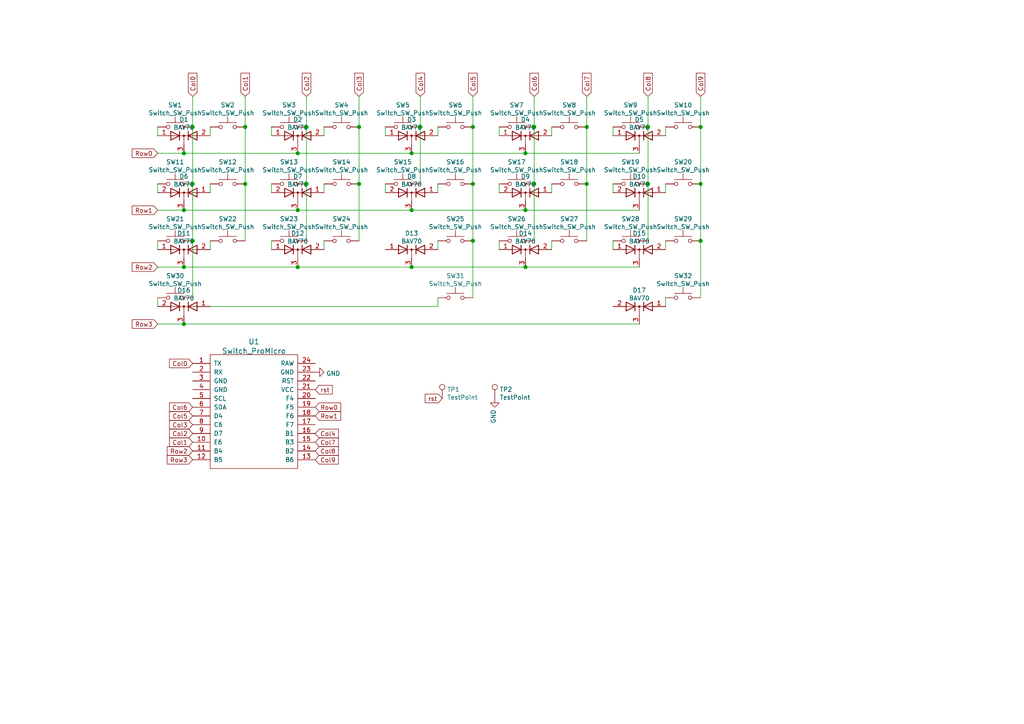
<source format=kicad_sch>
(kicad_sch (version 20210126) (generator eeschema)

  (paper "A4")

  (lib_symbols
    (symbol "Connector:TestPoint" (pin_numbers hide) (pin_names (offset 0.762) hide) (in_bom yes) (on_board yes)
      (property "Reference" "TP" (id 0) (at 0 6.858 0)
        (effects (font (size 1.27 1.27)))
      )
      (property "Value" "TestPoint" (id 1) (at 0 5.08 0)
        (effects (font (size 1.27 1.27)))
      )
      (property "Footprint" "" (id 2) (at 5.08 0 0)
        (effects (font (size 1.27 1.27)) hide)
      )
      (property "Datasheet" "~" (id 3) (at 5.08 0 0)
        (effects (font (size 1.27 1.27)) hide)
      )
      (property "ki_keywords" "test point tp" (id 4) (at 0 0 0)
        (effects (font (size 1.27 1.27)) hide)
      )
      (property "ki_description" "test point" (id 5) (at 0 0 0)
        (effects (font (size 1.27 1.27)) hide)
      )
      (property "ki_fp_filters" "Pin* Test*" (id 6) (at 0 0 0)
        (effects (font (size 1.27 1.27)) hide)
      )
      (symbol "TestPoint_0_1"
        (circle (center 0 3.302) (radius 0.762) (stroke (width 0)) (fill (type none)))
      )
      (symbol "TestPoint_1_1"
        (pin passive line (at 0 0 90) (length 2.54)
          (name "1" (effects (font (size 1.27 1.27))))
          (number "1" (effects (font (size 1.27 1.27))))
        )
      )
    )
    (symbol "Diode:BAV70" (pin_names (offset 0.762) hide) (in_bom yes) (on_board yes)
      (property "Reference" "D" (id 0) (at 0.635 -2.54 0)
        (effects (font (size 1.27 1.27)) (justify left))
      )
      (property "Value" "BAV70" (id 1) (at 0 2.54 0)
        (effects (font (size 1.27 1.27)))
      )
      (property "Footprint" "Package_TO_SOT_SMD:SOT-23" (id 2) (at 0 0 0)
        (effects (font (size 1.27 1.27)) hide)
      )
      (property "Datasheet" "https://assets.nexperia.com/documents/data-sheet/BAV70_SER.pdf" (id 3) (at 0 0 0)
        (effects (font (size 1.27 1.27)) hide)
      )
      (property "ki_keywords" "diode" (id 4) (at 0 0 0)
        (effects (font (size 1.27 1.27)) hide)
      )
      (property "ki_description" "Dual 100V 215mA high-speed switching diodes, common cathode, SOT-23" (id 5) (at 0 0 0)
        (effects (font (size 1.27 1.27)) hide)
      )
      (property "ki_fp_filters" "SOT?23*" (id 6) (at 0 0 0)
        (effects (font (size 1.27 1.27)) hide)
      )
      (symbol "BAV70_0_1"
        (circle (center 0 0) (radius 0.254) (stroke (width 0)) (fill (type outline)))
        (polyline
          (pts
            (xy -3.81 0)
            (xy 3.81 0)
          )
          (stroke (width 0)) (fill (type none))
        )
        (polyline
          (pts
            (xy 0 0)
            (xy 0 -2.54)
          )
          (stroke (width 0)) (fill (type none))
        )
        (polyline
          (pts
            (xy -1.27 -1.27)
            (xy -1.27 1.27)
            (xy -1.27 1.27)
          )
          (stroke (width 0.254)) (fill (type none))
        )
        (polyline
          (pts
            (xy 1.27 -1.27)
            (xy 1.27 1.27)
            (xy 1.27 1.27)
          )
          (stroke (width 0.254)) (fill (type none))
        )
        (polyline
          (pts
            (xy -3.81 1.27)
            (xy -1.27 0)
            (xy -3.81 -1.27)
            (xy -3.81 1.27)
            (xy -3.81 1.27)
            (xy -3.81 1.27)
          )
          (stroke (width 0.254)) (fill (type none))
        )
        (polyline
          (pts
            (xy 3.81 -1.27)
            (xy 1.27 0)
            (xy 3.81 1.27)
            (xy 3.81 -1.27)
            (xy 3.81 -1.27)
            (xy 3.81 -1.27)
          )
          (stroke (width 0.254)) (fill (type none))
        )
        (pin passive line (at -7.62 0 0) (length 3.81)
          (name "A" (effects (font (size 1.27 1.27))))
          (number "1" (effects (font (size 1.27 1.27))))
        )
        (pin passive line (at 7.62 0 180) (length 3.81)
          (name "A" (effects (font (size 1.27 1.27))))
          (number "2" (effects (font (size 1.27 1.27))))
        )
        (pin passive line (at 0 -5.08 90) (length 2.54)
          (name "K" (effects (font (size 1.27 1.27))))
          (number "3" (effects (font (size 1.27 1.27))))
        )
      )
    )
    (symbol "keypadplz-cache:Switch_ProMicro" (pin_names (offset 1.016)) (in_bom yes) (on_board yes)
      (property "Reference" "U" (id 0) (at 0 24.13 0)
        (effects (font (size 1.524 1.524)))
      )
      (property "Value" "Switch_ProMicro" (id 1) (at 0 -13.97 0)
        (effects (font (size 1.524 1.524)))
      )
      (property "Footprint" "" (id 2) (at 2.54 -26.67 0)
        (effects (font (size 1.524 1.524)))
      )
      (property "Datasheet" "" (id 3) (at 2.54 -26.67 0)
        (effects (font (size 1.524 1.524)))
      )
      (symbol "Switch_ProMicro_0_1"
        (rectangle (start -12.7 21.59) (end 12.7 -11.43)
          (stroke (width 0)) (fill (type none))
        )
      )
      (symbol "Switch_ProMicro_1_1"
        (pin bidirectional line (at -17.78 19.05 0) (length 5.08)
          (name "TX" (effects (font (size 1.27 1.27))))
          (number "1" (effects (font (size 1.27 1.27))))
        )
        (pin bidirectional line (at -17.78 -3.81 0) (length 5.08)
          (name "E6" (effects (font (size 1.27 1.27))))
          (number "10" (effects (font (size 1.27 1.27))))
        )
        (pin bidirectional line (at -17.78 -6.35 0) (length 5.08)
          (name "B4" (effects (font (size 1.27 1.27))))
          (number "11" (effects (font (size 1.27 1.27))))
        )
        (pin bidirectional line (at -17.78 -8.89 0) (length 5.08)
          (name "B5" (effects (font (size 1.27 1.27))))
          (number "12" (effects (font (size 1.27 1.27))))
        )
        (pin bidirectional line (at 17.78 -8.89 180) (length 5.08)
          (name "B6" (effects (font (size 1.27 1.27))))
          (number "13" (effects (font (size 1.27 1.27))))
        )
        (pin bidirectional line (at 17.78 -6.35 180) (length 5.08)
          (name "B2" (effects (font (size 1.27 1.27))))
          (number "14" (effects (font (size 1.27 1.27))))
        )
        (pin bidirectional line (at 17.78 -3.81 180) (length 5.08)
          (name "B3" (effects (font (size 1.27 1.27))))
          (number "15" (effects (font (size 1.27 1.27))))
        )
        (pin bidirectional line (at 17.78 -1.27 180) (length 5.08)
          (name "B1" (effects (font (size 1.27 1.27))))
          (number "16" (effects (font (size 1.27 1.27))))
        )
        (pin bidirectional line (at 17.78 1.27 180) (length 5.08)
          (name "F7" (effects (font (size 1.27 1.27))))
          (number "17" (effects (font (size 1.27 1.27))))
        )
        (pin bidirectional line (at 17.78 3.81 180) (length 5.08)
          (name "F6" (effects (font (size 1.27 1.27))))
          (number "18" (effects (font (size 1.27 1.27))))
        )
        (pin bidirectional line (at 17.78 6.35 180) (length 5.08)
          (name "F5" (effects (font (size 1.27 1.27))))
          (number "19" (effects (font (size 1.27 1.27))))
        )
        (pin bidirectional line (at -17.78 16.51 0) (length 5.08)
          (name "RX" (effects (font (size 1.27 1.27))))
          (number "2" (effects (font (size 1.27 1.27))))
        )
        (pin bidirectional line (at 17.78 8.89 180) (length 5.08)
          (name "F4" (effects (font (size 1.27 1.27))))
          (number "20" (effects (font (size 1.27 1.27))))
        )
        (pin power_in line (at 17.78 11.43 180) (length 5.08)
          (name "VCC" (effects (font (size 1.27 1.27))))
          (number "21" (effects (font (size 1.27 1.27))))
        )
        (pin input line (at 17.78 13.97 180) (length 5.08)
          (name "RST" (effects (font (size 1.27 1.27))))
          (number "22" (effects (font (size 1.27 1.27))))
        )
        (pin power_in line (at 17.78 16.51 180) (length 5.08)
          (name "GND" (effects (font (size 1.27 1.27))))
          (number "23" (effects (font (size 1.27 1.27))))
        )
        (pin power_out line (at 17.78 19.05 180) (length 5.08)
          (name "RAW" (effects (font (size 1.27 1.27))))
          (number "24" (effects (font (size 1.27 1.27))))
        )
        (pin power_in line (at -17.78 13.97 0) (length 5.08)
          (name "GND" (effects (font (size 1.27 1.27))))
          (number "3" (effects (font (size 1.27 1.27))))
        )
        (pin power_in line (at -17.78 11.43 0) (length 5.08)
          (name "GND" (effects (font (size 1.27 1.27))))
          (number "4" (effects (font (size 1.27 1.27))))
        )
        (pin bidirectional line (at -17.78 8.89 0) (length 5.08)
          (name "SCL" (effects (font (size 1.27 1.27))))
          (number "5" (effects (font (size 1.27 1.27))))
        )
        (pin bidirectional line (at -17.78 6.35 0) (length 5.08)
          (name "SDA" (effects (font (size 1.27 1.27))))
          (number "6" (effects (font (size 1.27 1.27))))
        )
        (pin bidirectional line (at -17.78 3.81 0) (length 5.08)
          (name "D4" (effects (font (size 1.27 1.27))))
          (number "7" (effects (font (size 1.27 1.27))))
        )
        (pin bidirectional line (at -17.78 1.27 0) (length 5.08)
          (name "C6" (effects (font (size 1.27 1.27))))
          (number "8" (effects (font (size 1.27 1.27))))
        )
        (pin bidirectional line (at -17.78 -1.27 0) (length 5.08)
          (name "D7" (effects (font (size 1.27 1.27))))
          (number "9" (effects (font (size 1.27 1.27))))
        )
      )
    )
    (symbol "keypadplz-cache:Switch_SW_Push" (pin_numbers hide) (pin_names (offset 1.016) hide) (in_bom yes) (on_board yes)
      (property "Reference" "SW" (id 0) (at 1.27 2.54 0)
        (effects (font (size 1.27 1.27)) (justify left))
      )
      (property "Value" "Switch_SW_Push" (id 1) (at 0 -1.524 0)
        (effects (font (size 1.27 1.27)))
      )
      (property "Footprint" "" (id 2) (at 0 5.08 0)
        (effects (font (size 1.27 1.27)) hide)
      )
      (property "Datasheet" "" (id 3) (at 0 5.08 0)
        (effects (font (size 1.27 1.27)) hide)
      )
      (symbol "Switch_SW_Push_0_1"
        (circle (center -2.032 0) (radius 0.508) (stroke (width 0)) (fill (type none)))
        (circle (center 2.032 0) (radius 0.508) (stroke (width 0)) (fill (type none)))
        (polyline
          (pts
            (xy 0 1.27)
            (xy 0 3.048)
          )
          (stroke (width 0)) (fill (type none))
        )
        (polyline
          (pts
            (xy 2.54 1.27)
            (xy -2.54 1.27)
          )
          (stroke (width 0)) (fill (type none))
        )
        (pin passive line (at -5.08 0 0) (length 2.54)
          (name "1" (effects (font (size 1.27 1.27))))
          (number "1" (effects (font (size 1.27 1.27))))
        )
        (pin passive line (at 5.08 0 180) (length 2.54)
          (name "2" (effects (font (size 1.27 1.27))))
          (number "2" (effects (font (size 1.27 1.27))))
        )
      )
    )
    (symbol "power:GND" (power) (pin_names (offset 0)) (in_bom yes) (on_board yes)
      (property "Reference" "#PWR" (id 0) (at 0 -6.35 0)
        (effects (font (size 1.27 1.27)) hide)
      )
      (property "Value" "GND" (id 1) (at 0 -3.81 0)
        (effects (font (size 1.27 1.27)))
      )
      (property "Footprint" "" (id 2) (at 0 0 0)
        (effects (font (size 1.27 1.27)) hide)
      )
      (property "Datasheet" "" (id 3) (at 0 0 0)
        (effects (font (size 1.27 1.27)) hide)
      )
      (property "ki_keywords" "power-flag" (id 4) (at 0 0 0)
        (effects (font (size 1.27 1.27)) hide)
      )
      (property "ki_description" "Power symbol creates a global label with name \"GND\" , ground" (id 5) (at 0 0 0)
        (effects (font (size 1.27 1.27)) hide)
      )
      (symbol "GND_0_1"
        (polyline
          (pts
            (xy 0 0)
            (xy 0 -1.27)
            (xy 1.27 -1.27)
            (xy 0 -2.54)
            (xy -1.27 -1.27)
            (xy 0 -1.27)
          )
          (stroke (width 0)) (fill (type none))
        )
      )
      (symbol "GND_1_1"
        (pin power_in line (at 0 0 270) (length 0) hide
          (name "GND" (effects (font (size 1.27 1.27))))
          (number "1" (effects (font (size 1.27 1.27))))
        )
      )
    )
  )

  (junction (at 53.34 44.45) (diameter 1.016) (color 0 0 0 0))
  (junction (at 53.34 60.96) (diameter 1.016) (color 0 0 0 0))
  (junction (at 53.34 77.47) (diameter 1.016) (color 0 0 0 0))
  (junction (at 53.34 93.98) (diameter 1.016) (color 0 0 0 0))
  (junction (at 55.88 36.83) (diameter 1.016) (color 0 0 0 0))
  (junction (at 55.88 53.34) (diameter 1.016) (color 0 0 0 0))
  (junction (at 55.88 69.85) (diameter 1.016) (color 0 0 0 0))
  (junction (at 71.12 36.83) (diameter 1.016) (color 0 0 0 0))
  (junction (at 71.12 53.34) (diameter 1.016) (color 0 0 0 0))
  (junction (at 86.36 44.45) (diameter 1.016) (color 0 0 0 0))
  (junction (at 86.36 60.96) (diameter 1.016) (color 0 0 0 0))
  (junction (at 86.36 77.47) (diameter 1.016) (color 0 0 0 0))
  (junction (at 88.9 36.83) (diameter 1.016) (color 0 0 0 0))
  (junction (at 88.9 53.34) (diameter 1.016) (color 0 0 0 0))
  (junction (at 104.14 36.83) (diameter 1.016) (color 0 0 0 0))
  (junction (at 104.14 53.34) (diameter 1.016) (color 0 0 0 0))
  (junction (at 119.38 44.45) (diameter 1.016) (color 0 0 0 0))
  (junction (at 119.38 60.96) (diameter 1.016) (color 0 0 0 0))
  (junction (at 119.38 77.47) (diameter 1.016) (color 0 0 0 0))
  (junction (at 121.92 36.83) (diameter 1.016) (color 0 0 0 0))
  (junction (at 137.16 36.83) (diameter 1.016) (color 0 0 0 0))
  (junction (at 137.16 53.34) (diameter 1.016) (color 0 0 0 0))
  (junction (at 137.16 69.85) (diameter 1.016) (color 0 0 0 0))
  (junction (at 152.4 44.45) (diameter 1.016) (color 0 0 0 0))
  (junction (at 152.4 60.96) (diameter 1.016) (color 0 0 0 0))
  (junction (at 152.4 77.47) (diameter 1.016) (color 0 0 0 0))
  (junction (at 154.94 36.83) (diameter 1.016) (color 0 0 0 0))
  (junction (at 154.94 53.34) (diameter 1.016) (color 0 0 0 0))
  (junction (at 170.18 36.83) (diameter 1.016) (color 0 0 0 0))
  (junction (at 170.18 53.34) (diameter 1.016) (color 0 0 0 0))
  (junction (at 187.96 36.83) (diameter 1.016) (color 0 0 0 0))
  (junction (at 187.96 53.34) (diameter 1.016) (color 0 0 0 0))
  (junction (at 203.2 36.83) (diameter 1.016) (color 0 0 0 0))
  (junction (at 203.2 53.34) (diameter 1.016) (color 0 0 0 0))
  (junction (at 203.2 69.85) (diameter 1.016) (color 0 0 0 0))

  (wire (pts (xy 45.72 36.83) (xy 45.72 39.37))
    (stroke (width 0) (type solid) (color 0 0 0 0))
    (uuid 0e8410aa-9e05-48e5-b29f-44a65daae54e)
  )
  (wire (pts (xy 45.72 44.45) (xy 53.34 44.45))
    (stroke (width 0) (type solid) (color 0 0 0 0))
    (uuid 633db073-3a45-4c44-8b43-c219da2b6456)
  )
  (wire (pts (xy 45.72 53.34) (xy 45.72 55.88))
    (stroke (width 0) (type solid) (color 0 0 0 0))
    (uuid eca2b72f-dccd-47d5-bc28-87bbb61aeaac)
  )
  (wire (pts (xy 45.72 60.96) (xy 53.34 60.96))
    (stroke (width 0) (type solid) (color 0 0 0 0))
    (uuid 3a708f63-5b09-4309-8f65-1b5746e8d1c5)
  )
  (wire (pts (xy 45.72 69.85) (xy 45.72 72.39))
    (stroke (width 0) (type solid) (color 0 0 0 0))
    (uuid c2b2c608-dbe4-4cb2-aa3b-fd7ae188912c)
  )
  (wire (pts (xy 45.72 77.47) (xy 53.34 77.47))
    (stroke (width 0) (type solid) (color 0 0 0 0))
    (uuid 0f1f4688-1a61-4f5c-b7e8-90fb4fb044c6)
  )
  (wire (pts (xy 45.72 86.36) (xy 45.72 88.9))
    (stroke (width 0) (type solid) (color 0 0 0 0))
    (uuid 46970be6-75aa-400f-99b0-0f1917decee1)
  )
  (wire (pts (xy 45.72 93.98) (xy 53.34 93.98))
    (stroke (width 0) (type solid) (color 0 0 0 0))
    (uuid 7c1296af-ad25-40c1-9fe6-325915f13329)
  )
  (wire (pts (xy 53.34 44.45) (xy 86.36 44.45))
    (stroke (width 0) (type solid) (color 0 0 0 0))
    (uuid 633db073-3a45-4c44-8b43-c219da2b6456)
  )
  (wire (pts (xy 53.34 60.96) (xy 86.36 60.96))
    (stroke (width 0) (type solid) (color 0 0 0 0))
    (uuid 3a708f63-5b09-4309-8f65-1b5746e8d1c5)
  )
  (wire (pts (xy 53.34 77.47) (xy 86.36 77.47))
    (stroke (width 0) (type solid) (color 0 0 0 0))
    (uuid 0f1f4688-1a61-4f5c-b7e8-90fb4fb044c6)
  )
  (wire (pts (xy 53.34 93.98) (xy 185.42 93.98))
    (stroke (width 0) (type solid) (color 0 0 0 0))
    (uuid 7c1296af-ad25-40c1-9fe6-325915f13329)
  )
  (wire (pts (xy 55.88 27.94) (xy 55.88 36.83))
    (stroke (width 0) (type solid) (color 0 0 0 0))
    (uuid 3e4c320f-275d-4932-8131-d56da46ef16a)
  )
  (wire (pts (xy 55.88 36.83) (xy 55.88 53.34))
    (stroke (width 0) (type solid) (color 0 0 0 0))
    (uuid 3e4c320f-275d-4932-8131-d56da46ef16a)
  )
  (wire (pts (xy 55.88 69.85) (xy 55.88 53.34))
    (stroke (width 0) (type solid) (color 0 0 0 0))
    (uuid cbbd4e74-a7f8-45bf-aea5-b30b736af9dd)
  )
  (wire (pts (xy 55.88 86.36) (xy 55.88 69.85))
    (stroke (width 0) (type solid) (color 0 0 0 0))
    (uuid 34dc368e-bdff-4bce-893d-4b5963e4a667)
  )
  (wire (pts (xy 60.96 36.83) (xy 60.96 39.37))
    (stroke (width 0) (type solid) (color 0 0 0 0))
    (uuid 4b265f93-bedb-4b52-a178-c2f76ec1740b)
  )
  (wire (pts (xy 60.96 53.34) (xy 60.96 55.88))
    (stroke (width 0) (type solid) (color 0 0 0 0))
    (uuid 8d76ac81-5509-400a-af19-618c6885979f)
  )
  (wire (pts (xy 60.96 69.85) (xy 60.96 72.39))
    (stroke (width 0) (type solid) (color 0 0 0 0))
    (uuid 2b883716-d69e-458f-ac5c-3594603a9e6d)
  )
  (wire (pts (xy 71.12 36.83) (xy 71.12 27.94))
    (stroke (width 0) (type solid) (color 0 0 0 0))
    (uuid 37cb6a76-77ae-4dd8-86b3-35920c88e6be)
  )
  (wire (pts (xy 71.12 53.34) (xy 71.12 36.83))
    (stroke (width 0) (type solid) (color 0 0 0 0))
    (uuid c6ff4a1a-1ca9-44aa-b384-6e9b6387ed43)
  )
  (wire (pts (xy 71.12 69.85) (xy 71.12 53.34))
    (stroke (width 0) (type solid) (color 0 0 0 0))
    (uuid 36f6a129-f52e-4f32-9767-6fcde35cefcb)
  )
  (wire (pts (xy 78.74 36.83) (xy 78.74 39.37))
    (stroke (width 0) (type solid) (color 0 0 0 0))
    (uuid 1154d9ac-eaf9-44f3-9fc7-b62f33f61e39)
  )
  (wire (pts (xy 78.74 53.34) (xy 78.74 55.88))
    (stroke (width 0) (type solid) (color 0 0 0 0))
    (uuid 314be2ba-4077-4392-8d4f-f3f34e2126c4)
  )
  (wire (pts (xy 78.74 69.85) (xy 78.74 72.39))
    (stroke (width 0) (type solid) (color 0 0 0 0))
    (uuid 0d3b58f4-45f0-4362-a6b6-d27ef29f08b7)
  )
  (wire (pts (xy 86.36 44.45) (xy 119.38 44.45))
    (stroke (width 0) (type solid) (color 0 0 0 0))
    (uuid 633db073-3a45-4c44-8b43-c219da2b6456)
  )
  (wire (pts (xy 86.36 60.96) (xy 119.38 60.96))
    (stroke (width 0) (type solid) (color 0 0 0 0))
    (uuid 3a708f63-5b09-4309-8f65-1b5746e8d1c5)
  )
  (wire (pts (xy 86.36 77.47) (xy 119.38 77.47))
    (stroke (width 0) (type solid) (color 0 0 0 0))
    (uuid 0f1f4688-1a61-4f5c-b7e8-90fb4fb044c6)
  )
  (wire (pts (xy 88.9 36.83) (xy 88.9 27.94))
    (stroke (width 0) (type solid) (color 0 0 0 0))
    (uuid 8ca2395c-09e9-431f-8c85-4b765c55752e)
  )
  (wire (pts (xy 88.9 53.34) (xy 88.9 36.83))
    (stroke (width 0) (type solid) (color 0 0 0 0))
    (uuid 5b9786ec-f2ef-4127-a346-9f3469a1f1af)
  )
  (wire (pts (xy 88.9 69.85) (xy 88.9 53.34))
    (stroke (width 0) (type solid) (color 0 0 0 0))
    (uuid a5118c1a-bd29-4b07-a643-2980c4b1be4d)
  )
  (wire (pts (xy 93.98 36.83) (xy 93.98 39.37))
    (stroke (width 0) (type solid) (color 0 0 0 0))
    (uuid 49828e5d-f857-4b44-8563-9ab3c30d5f9c)
  )
  (wire (pts (xy 93.98 53.34) (xy 93.98 55.88))
    (stroke (width 0) (type solid) (color 0 0 0 0))
    (uuid 3419d8ec-7c10-4ad8-8bb6-50db10d1cfa1)
  )
  (wire (pts (xy 93.98 69.85) (xy 93.98 72.39))
    (stroke (width 0) (type solid) (color 0 0 0 0))
    (uuid 9415f6c4-f308-404a-9624-cff377fdda2c)
  )
  (wire (pts (xy 104.14 36.83) (xy 104.14 27.94))
    (stroke (width 0) (type solid) (color 0 0 0 0))
    (uuid 41eee121-7f71-4c89-8cc0-733dd86bda9a)
  )
  (wire (pts (xy 104.14 53.34) (xy 104.14 36.83))
    (stroke (width 0) (type solid) (color 0 0 0 0))
    (uuid ac427dd1-fe69-4cb1-96a1-392f1deb879e)
  )
  (wire (pts (xy 104.14 69.85) (xy 104.14 53.34))
    (stroke (width 0) (type solid) (color 0 0 0 0))
    (uuid e54e990e-aed4-4be0-92fc-18adaaecd68d)
  )
  (wire (pts (xy 111.76 36.83) (xy 111.76 39.37))
    (stroke (width 0) (type solid) (color 0 0 0 0))
    (uuid f52efaa9-dd60-4df4-8887-c0f3d8022b68)
  )
  (wire (pts (xy 111.76 53.34) (xy 111.76 55.88))
    (stroke (width 0) (type solid) (color 0 0 0 0))
    (uuid b86859e9-ef90-404c-b49f-9def3b3c4848)
  )
  (wire (pts (xy 119.38 44.45) (xy 152.4 44.45))
    (stroke (width 0) (type solid) (color 0 0 0 0))
    (uuid 633db073-3a45-4c44-8b43-c219da2b6456)
  )
  (wire (pts (xy 119.38 60.96) (xy 152.4 60.96))
    (stroke (width 0) (type solid) (color 0 0 0 0))
    (uuid 3a708f63-5b09-4309-8f65-1b5746e8d1c5)
  )
  (wire (pts (xy 119.38 77.47) (xy 152.4 77.47))
    (stroke (width 0) (type solid) (color 0 0 0 0))
    (uuid 0f1f4688-1a61-4f5c-b7e8-90fb4fb044c6)
  )
  (wire (pts (xy 121.92 36.83) (xy 121.92 27.94))
    (stroke (width 0) (type solid) (color 0 0 0 0))
    (uuid 8d505672-ec2b-4df8-94ca-e843a2686544)
  )
  (wire (pts (xy 121.92 53.34) (xy 121.92 36.83))
    (stroke (width 0) (type solid) (color 0 0 0 0))
    (uuid aa8f4b29-a215-455b-b9ca-930dc03c34ac)
  )
  (wire (pts (xy 127 36.83) (xy 127 39.37))
    (stroke (width 0) (type solid) (color 0 0 0 0))
    (uuid fb918d8f-75be-49cf-8bb1-df8bf5c98a5f)
  )
  (wire (pts (xy 127 53.34) (xy 127 55.88))
    (stroke (width 0) (type solid) (color 0 0 0 0))
    (uuid d3e771de-ee16-4adf-b9c5-014bdc704226)
  )
  (wire (pts (xy 127 69.85) (xy 127 72.39))
    (stroke (width 0) (type solid) (color 0 0 0 0))
    (uuid 2bddefd4-fedc-47fd-af5a-0a0f3a61cb7e)
  )
  (wire (pts (xy 127 86.36) (xy 127 88.9))
    (stroke (width 0) (type solid) (color 0 0 0 0))
    (uuid 8720e4d9-686a-4182-9786-7df07d65795c)
  )
  (wire (pts (xy 127 88.9) (xy 60.96 88.9))
    (stroke (width 0) (type solid) (color 0 0 0 0))
    (uuid 8720e4d9-686a-4182-9786-7df07d65795c)
  )
  (wire (pts (xy 137.16 36.83) (xy 137.16 27.94))
    (stroke (width 0) (type solid) (color 0 0 0 0))
    (uuid 0cdddaec-66c2-4ab1-a9db-7cd655756a0d)
  )
  (wire (pts (xy 137.16 53.34) (xy 137.16 36.83))
    (stroke (width 0) (type solid) (color 0 0 0 0))
    (uuid 794b4930-29c0-4e42-86e1-28245d237118)
  )
  (wire (pts (xy 137.16 69.85) (xy 137.16 53.34))
    (stroke (width 0) (type solid) (color 0 0 0 0))
    (uuid 3d56a810-b103-463d-961b-c959924f76ed)
  )
  (wire (pts (xy 137.16 86.36) (xy 137.16 69.85))
    (stroke (width 0) (type solid) (color 0 0 0 0))
    (uuid 2969fddf-77c8-4961-8ab0-a8b6ba5ec480)
  )
  (wire (pts (xy 144.78 36.83) (xy 144.78 39.37))
    (stroke (width 0) (type solid) (color 0 0 0 0))
    (uuid a32e7481-63c1-4609-a420-5f99bd364afb)
  )
  (wire (pts (xy 144.78 53.34) (xy 144.78 55.88))
    (stroke (width 0) (type solid) (color 0 0 0 0))
    (uuid 0fdf4ff0-72a8-4616-8006-aaaba86ef192)
  )
  (wire (pts (xy 144.78 69.85) (xy 144.78 72.39))
    (stroke (width 0) (type solid) (color 0 0 0 0))
    (uuid 360bef6b-b00d-4efa-87af-7bf5c6fef254)
  )
  (wire (pts (xy 152.4 44.45) (xy 185.42 44.45))
    (stroke (width 0) (type solid) (color 0 0 0 0))
    (uuid 633db073-3a45-4c44-8b43-c219da2b6456)
  )
  (wire (pts (xy 152.4 60.96) (xy 185.42 60.96))
    (stroke (width 0) (type solid) (color 0 0 0 0))
    (uuid 3a708f63-5b09-4309-8f65-1b5746e8d1c5)
  )
  (wire (pts (xy 152.4 77.47) (xy 185.42 77.47))
    (stroke (width 0) (type solid) (color 0 0 0 0))
    (uuid 0f1f4688-1a61-4f5c-b7e8-90fb4fb044c6)
  )
  (wire (pts (xy 154.94 36.83) (xy 154.94 27.94))
    (stroke (width 0) (type solid) (color 0 0 0 0))
    (uuid c3ea9b60-a5bb-4cb2-abc9-ad8e66e8e2a7)
  )
  (wire (pts (xy 154.94 53.34) (xy 154.94 36.83))
    (stroke (width 0) (type solid) (color 0 0 0 0))
    (uuid f5f20f61-a818-4784-861c-cb783534a029)
  )
  (wire (pts (xy 154.94 69.85) (xy 154.94 53.34))
    (stroke (width 0) (type solid) (color 0 0 0 0))
    (uuid ffc7996e-893d-4121-856a-b37062861cee)
  )
  (wire (pts (xy 160.02 36.83) (xy 160.02 39.37))
    (stroke (width 0) (type solid) (color 0 0 0 0))
    (uuid c9a50b29-28bc-46dd-8130-610a1eadd15c)
  )
  (wire (pts (xy 160.02 53.34) (xy 160.02 55.88))
    (stroke (width 0) (type solid) (color 0 0 0 0))
    (uuid 44f1b9f9-ee1f-4842-99dc-128312196dae)
  )
  (wire (pts (xy 160.02 69.85) (xy 160.02 72.39))
    (stroke (width 0) (type solid) (color 0 0 0 0))
    (uuid bfe36eae-752e-42a4-9948-85e189628a90)
  )
  (wire (pts (xy 170.18 36.83) (xy 170.18 27.94))
    (stroke (width 0) (type solid) (color 0 0 0 0))
    (uuid 2de98484-12e8-4247-8984-061ab377a960)
  )
  (wire (pts (xy 170.18 53.34) (xy 170.18 36.83))
    (stroke (width 0) (type solid) (color 0 0 0 0))
    (uuid 6d0f0325-6e4c-46eb-a1b6-92d09cc6fdc2)
  )
  (wire (pts (xy 170.18 69.85) (xy 170.18 53.34))
    (stroke (width 0) (type solid) (color 0 0 0 0))
    (uuid b4a257d1-e62a-4cd8-83c7-6c48341dd5c0)
  )
  (wire (pts (xy 177.8 36.83) (xy 177.8 39.37))
    (stroke (width 0) (type solid) (color 0 0 0 0))
    (uuid 8d70d864-7dac-48f3-b374-0b762ce9c5e9)
  )
  (wire (pts (xy 177.8 53.34) (xy 177.8 55.88))
    (stroke (width 0) (type solid) (color 0 0 0 0))
    (uuid d6f853c7-39fc-4a99-a46c-b67e73f0ce62)
  )
  (wire (pts (xy 177.8 69.85) (xy 177.8 72.39))
    (stroke (width 0) (type solid) (color 0 0 0 0))
    (uuid 43e4f591-c69d-4fa4-93c9-0bda30667e43)
  )
  (wire (pts (xy 187.96 27.94) (xy 187.96 36.83))
    (stroke (width 0) (type solid) (color 0 0 0 0))
    (uuid 39d97c04-2e0d-4ad7-9ac8-e69e54b1c63c)
  )
  (wire (pts (xy 187.96 36.83) (xy 187.96 53.34))
    (stroke (width 0) (type solid) (color 0 0 0 0))
    (uuid 39d97c04-2e0d-4ad7-9ac8-e69e54b1c63c)
  )
  (wire (pts (xy 187.96 53.34) (xy 187.96 69.85))
    (stroke (width 0) (type solid) (color 0 0 0 0))
    (uuid 92a9f740-fa03-427a-9ca5-c45488b34956)
  )
  (wire (pts (xy 193.04 36.83) (xy 193.04 39.37))
    (stroke (width 0) (type solid) (color 0 0 0 0))
    (uuid b8c7ba13-54f9-43a7-b02a-7036af440d63)
  )
  (wire (pts (xy 193.04 53.34) (xy 193.04 55.88))
    (stroke (width 0) (type solid) (color 0 0 0 0))
    (uuid dc637e18-d896-404a-bf77-7b4a0ba0477b)
  )
  (wire (pts (xy 193.04 69.85) (xy 193.04 72.39))
    (stroke (width 0) (type solid) (color 0 0 0 0))
    (uuid a76a7175-a6b1-4733-91cb-205e1764f74f)
  )
  (wire (pts (xy 193.04 86.36) (xy 193.04 88.9))
    (stroke (width 0) (type solid) (color 0 0 0 0))
    (uuid bdceacc0-1508-41fd-a256-229e7253f5fc)
  )
  (wire (pts (xy 203.2 36.83) (xy 203.2 27.94))
    (stroke (width 0) (type solid) (color 0 0 0 0))
    (uuid 1be82eb7-210b-4ea3-8a42-cae778ec9010)
  )
  (wire (pts (xy 203.2 53.34) (xy 203.2 36.83))
    (stroke (width 0) (type solid) (color 0 0 0 0))
    (uuid 1be82eb7-210b-4ea3-8a42-cae778ec9010)
  )
  (wire (pts (xy 203.2 69.85) (xy 203.2 53.34))
    (stroke (width 0) (type solid) (color 0 0 0 0))
    (uuid 1be82eb7-210b-4ea3-8a42-cae778ec9010)
  )
  (wire (pts (xy 203.2 86.36) (xy 203.2 69.85))
    (stroke (width 0) (type solid) (color 0 0 0 0))
    (uuid 1be82eb7-210b-4ea3-8a42-cae778ec9010)
  )

  (global_label "Row0" (shape input) (at 45.72 44.45 180)
    (effects (font (size 1.27 1.27)) (justify right))
    (uuid ab308612-f5a9-4320-bb97-c9e759b1c06f)
    (property "Intersheet References" "${INTERSHEET_REFS}" (id 0) (at 38.3479 44.3706 0)
      (effects (font (size 1.27 1.27)) (justify right) hide)
    )
  )
  (global_label "Row1" (shape input) (at 45.72 60.96 180)
    (effects (font (size 1.27 1.27)) (justify right))
    (uuid 64bb1503-1474-4b00-a9d8-946537ec020d)
    (property "Intersheet References" "${INTERSHEET_REFS}" (id 0) (at 38.3479 60.8806 0)
      (effects (font (size 1.27 1.27)) (justify right) hide)
    )
  )
  (global_label "Row2" (shape input) (at 45.72 77.47 180)
    (effects (font (size 1.27 1.27)) (justify right))
    (uuid 8475e651-d943-4764-8b3e-fa608f6f6412)
    (property "Intersheet References" "${INTERSHEET_REFS}" (id 0) (at 38.3479 77.3906 0)
      (effects (font (size 1.27 1.27)) (justify right) hide)
    )
  )
  (global_label "Row3" (shape input) (at 45.72 93.98 180)
    (effects (font (size 1.27 1.27)) (justify right))
    (uuid e1a4e5e0-5163-4bec-9f83-f71a9079ea73)
    (property "Intersheet References" "${INTERSHEET_REFS}" (id 0) (at 38.3479 93.9006 0)
      (effects (font (size 1.27 1.27)) (justify right) hide)
    )
  )
  (global_label "Col0" (shape input) (at 55.88 27.94 90)
    (effects (font (size 1.27 1.27)) (justify left))
    (uuid c17519a3-6532-4d8c-a04b-c97a3ad6a606)
    (property "Intersheet References" "${INTERSHEET_REFS}" (id 0) (at 55.8006 21.2331 90)
      (effects (font (size 1.27 1.27)) (justify left) hide)
    )
  )
  (global_label "Col0" (shape input) (at 55.88 105.41 180)
    (effects (font (size 1.27 1.27)) (justify right))
    (uuid 687781c3-4118-415c-bdb7-1328936e04f4)
    (property "Intersheet References" "${INTERSHEET_REFS}" (id 0) (at 49.1731 105.4894 0)
      (effects (font (size 1.27 1.27)) (justify right) hide)
    )
  )
  (global_label "Col6" (shape input) (at 55.88 118.11 180)
    (effects (font (size 1.27 1.27)) (justify right))
    (uuid 46e450fc-f28b-4c3c-b7c7-94c908814b9a)
    (property "Intersheet References" "${INTERSHEET_REFS}" (id 0) (at 49.1731 118.1894 0)
      (effects (font (size 1.27 1.27)) (justify right) hide)
    )
  )
  (global_label "Col5" (shape input) (at 55.88 120.65 180)
    (effects (font (size 1.27 1.27)) (justify right))
    (uuid 83575b0c-29a8-4b1f-b7e1-af52228e9306)
    (property "Intersheet References" "${INTERSHEET_REFS}" (id 0) (at 49.1731 120.7294 0)
      (effects (font (size 1.27 1.27)) (justify right) hide)
    )
  )
  (global_label "Col3" (shape input) (at 55.88 123.19 180)
    (effects (font (size 1.27 1.27)) (justify right))
    (uuid 0de12942-48b6-45f2-80b6-4d1c64bf670d)
    (property "Intersheet References" "${INTERSHEET_REFS}" (id 0) (at 49.1731 123.2694 0)
      (effects (font (size 1.27 1.27)) (justify right) hide)
    )
  )
  (global_label "Col2" (shape input) (at 55.88 125.73 180)
    (effects (font (size 1.27 1.27)) (justify right))
    (uuid cb33c056-bcb8-4ce1-a625-6b1597d8a2df)
    (property "Intersheet References" "${INTERSHEET_REFS}" (id 0) (at 49.1731 125.8094 0)
      (effects (font (size 1.27 1.27)) (justify right) hide)
    )
  )
  (global_label "Col1" (shape input) (at 55.88 128.27 180)
    (effects (font (size 1.27 1.27)) (justify right))
    (uuid 4b1f27c9-6e1b-4a9d-8a80-82b832f990ea)
    (property "Intersheet References" "${INTERSHEET_REFS}" (id 0) (at 49.1731 128.1906 0)
      (effects (font (size 1.27 1.27)) (justify right) hide)
    )
  )
  (global_label "Row2" (shape input) (at 55.88 130.81 180)
    (effects (font (size 1.27 1.27)) (justify right))
    (uuid 7bd0487e-f421-48ad-80f5-8c6a9848e9c3)
    (property "Intersheet References" "${INTERSHEET_REFS}" (id 0) (at 48.5079 130.7306 0)
      (effects (font (size 1.27 1.27)) (justify right) hide)
    )
  )
  (global_label "Row3" (shape input) (at 55.88 133.35 180)
    (effects (font (size 1.27 1.27)) (justify right))
    (uuid a90db8c1-4e55-455f-9e1e-f68b43dc43ed)
    (property "Intersheet References" "${INTERSHEET_REFS}" (id 0) (at 48.5079 133.2706 0)
      (effects (font (size 1.27 1.27)) (justify right) hide)
    )
  )
  (global_label "Col1" (shape input) (at 71.12 27.94 90)
    (effects (font (size 1.27 1.27)) (justify left))
    (uuid 0c0b8c6e-b592-4027-aabd-9ade47049225)
    (property "Intersheet References" "${INTERSHEET_REFS}" (id 0) (at 71.1994 21.2331 90)
      (effects (font (size 1.27 1.27)) (justify left) hide)
    )
  )
  (global_label "Col2" (shape input) (at 88.9 27.94 90)
    (effects (font (size 1.27 1.27)) (justify left))
    (uuid ede0f707-c46b-48cb-acc5-59438a55302f)
    (property "Intersheet References" "${INTERSHEET_REFS}" (id 0) (at 88.8206 21.2331 90)
      (effects (font (size 1.27 1.27)) (justify left) hide)
    )
  )
  (global_label "rst" (shape input) (at 91.44 113.03 0)
    (effects (font (size 1.27 1.27)) (justify left))
    (uuid d75fe81c-4278-4cc2-b050-d14609bc5e2e)
    (property "Intersheet References" "${INTERSHEET_REFS}" (id 0) (at 96.3931 112.9506 0)
      (effects (font (size 1.27 1.27)) (justify left) hide)
    )
  )
  (global_label "Row0" (shape input) (at 91.44 118.11 0)
    (effects (font (size 1.27 1.27)) (justify left))
    (uuid 35e38649-5a05-4b0a-b39a-eb59b338e5d0)
    (property "Intersheet References" "${INTERSHEET_REFS}" (id 0) (at 98.8121 118.1894 0)
      (effects (font (size 1.27 1.27)) (justify left) hide)
    )
  )
  (global_label "Row1" (shape input) (at 91.44 120.65 0)
    (effects (font (size 1.27 1.27)) (justify left))
    (uuid 05fb2ac2-ad71-43ab-af4b-da16071c43a4)
    (property "Intersheet References" "${INTERSHEET_REFS}" (id 0) (at 98.8121 120.7294 0)
      (effects (font (size 1.27 1.27)) (justify left) hide)
    )
  )
  (global_label "Col4" (shape input) (at 91.44 125.73 0)
    (effects (font (size 1.27 1.27)) (justify left))
    (uuid 12c688e3-ad43-4034-9553-dcb841185ae9)
    (property "Intersheet References" "${INTERSHEET_REFS}" (id 0) (at 98.1469 125.6506 0)
      (effects (font (size 1.27 1.27)) (justify left) hide)
    )
  )
  (global_label "Col7" (shape input) (at 91.44 128.27 0)
    (effects (font (size 1.27 1.27)) (justify left))
    (uuid 09415e82-0da6-415f-8def-dfb20ffc68cc)
    (property "Intersheet References" "${INTERSHEET_REFS}" (id 0) (at 98.1469 128.1906 0)
      (effects (font (size 1.27 1.27)) (justify left) hide)
    )
  )
  (global_label "Col8" (shape input) (at 91.44 130.81 0)
    (effects (font (size 1.27 1.27)) (justify left))
    (uuid 21e5e790-b32e-49c7-a3fa-d869254a6731)
    (property "Intersheet References" "${INTERSHEET_REFS}" (id 0) (at 98.1469 130.7306 0)
      (effects (font (size 1.27 1.27)) (justify left) hide)
    )
  )
  (global_label "Col9" (shape input) (at 91.44 133.35 0)
    (effects (font (size 1.27 1.27)) (justify left))
    (uuid 71375edf-5056-442b-b2f7-181619acbfde)
    (property "Intersheet References" "${INTERSHEET_REFS}" (id 0) (at 98.1469 133.4294 0)
      (effects (font (size 1.27 1.27)) (justify left) hide)
    )
  )
  (global_label "Col3" (shape input) (at 104.14 27.94 90)
    (effects (font (size 1.27 1.27)) (justify left))
    (uuid 98654994-07f7-452c-9297-3a0c5e3cd473)
    (property "Intersheet References" "${INTERSHEET_REFS}" (id 0) (at 104.0606 21.2331 90)
      (effects (font (size 1.27 1.27)) (justify left) hide)
    )
  )
  (global_label "Col4" (shape input) (at 121.92 27.94 90)
    (effects (font (size 1.27 1.27)) (justify left))
    (uuid 4c1d0bae-39a4-41a6-a1f4-43558a0ddf2e)
    (property "Intersheet References" "${INTERSHEET_REFS}" (id 0) (at 121.8406 21.2331 90)
      (effects (font (size 1.27 1.27)) (justify left) hide)
    )
  )
  (global_label "rst" (shape input) (at 128.27 115.57 180)
    (effects (font (size 1.27 1.27)) (justify right))
    (uuid abd66b1f-9769-4fd2-8858-bf0a03e8b381)
    (property "Intersheet References" "${INTERSHEET_REFS}" (id 0) (at 123.3169 115.6494 0)
      (effects (font (size 1.27 1.27)) (justify right) hide)
    )
  )
  (global_label "Col5" (shape input) (at 137.16 27.94 90)
    (effects (font (size 1.27 1.27)) (justify left))
    (uuid e4ff1b52-7bac-43fb-b2e2-b4aae2c24391)
    (property "Intersheet References" "${INTERSHEET_REFS}" (id 0) (at 137.0806 21.2331 90)
      (effects (font (size 1.27 1.27)) (justify left) hide)
    )
  )
  (global_label "Col6" (shape input) (at 154.94 27.94 90)
    (effects (font (size 1.27 1.27)) (justify left))
    (uuid cf7951cd-aca1-45b8-8fb7-15aab4a8dab6)
    (property "Intersheet References" "${INTERSHEET_REFS}" (id 0) (at 154.8606 21.2331 90)
      (effects (font (size 1.27 1.27)) (justify left) hide)
    )
  )
  (global_label "Col7" (shape input) (at 170.18 27.94 90)
    (effects (font (size 1.27 1.27)) (justify left))
    (uuid a4844f72-6474-4744-98b0-a73151a0cdd4)
    (property "Intersheet References" "${INTERSHEET_REFS}" (id 0) (at 170.1006 21.2331 90)
      (effects (font (size 1.27 1.27)) (justify left) hide)
    )
  )
  (global_label "Col8" (shape input) (at 187.96 27.94 90)
    (effects (font (size 1.27 1.27)) (justify left))
    (uuid 5c0c3558-056e-4ab3-b23f-868dea98ad15)
    (property "Intersheet References" "${INTERSHEET_REFS}" (id 0) (at 187.8806 21.2331 90)
      (effects (font (size 1.27 1.27)) (justify left) hide)
    )
  )
  (global_label "Col9" (shape input) (at 203.2 27.94 90)
    (effects (font (size 1.27 1.27)) (justify left))
    (uuid 6f1cfd50-f54d-40e6-92bf-8dd6b1bb69cc)
    (property "Intersheet References" "${INTERSHEET_REFS}" (id 0) (at 203.1206 21.2331 90)
      (effects (font (size 1.27 1.27)) (justify left) hide)
    )
  )

  (symbol (lib_id "Connector:TestPoint") (at 128.27 115.57 0) (unit 1)
    (in_bom yes) (on_board yes)
    (uuid 3ff53986-3c4c-44f8-8c78-d957f62e6f43)
    (property "Reference" "TP1" (id 0) (at 129.6671 112.9676 0)
      (effects (font (size 1.27 1.27)) (justify left))
    )
    (property "Value" "TestPoint" (id 1) (at 129.6671 115.2663 0)
      (effects (font (size 1.27 1.27)) (justify left))
    )
    (property "Footprint" "TestPoint:TestPoint_Pad_1.5x1.5mm" (id 2) (at 133.35 115.57 0)
      (effects (font (size 1.27 1.27)) hide)
    )
    (property "Datasheet" "~" (id 3) (at 133.35 115.57 0)
      (effects (font (size 1.27 1.27)) hide)
    )
    (pin "1" (uuid 1641bb6b-0ca4-4d8e-880f-fbc80a5be551))
  )

  (symbol (lib_id "Connector:TestPoint") (at 143.51 115.57 0) (unit 1)
    (in_bom yes) (on_board yes)
    (uuid 8ebb734c-ebc1-4823-8917-cf448ab041b9)
    (property "Reference" "TP2" (id 0) (at 144.9071 112.9676 0)
      (effects (font (size 1.27 1.27)) (justify left))
    )
    (property "Value" "TestPoint" (id 1) (at 144.9071 115.2663 0)
      (effects (font (size 1.27 1.27)) (justify left))
    )
    (property "Footprint" "TestPoint:TestPoint_Pad_1.5x1.5mm" (id 2) (at 148.59 115.57 0)
      (effects (font (size 1.27 1.27)) hide)
    )
    (property "Datasheet" "~" (id 3) (at 148.59 115.57 0)
      (effects (font (size 1.27 1.27)) hide)
    )
    (pin "1" (uuid 1641bb6b-0ca4-4d8e-880f-fbc80a5be551))
  )

  (symbol (lib_id "power:GND") (at 91.44 107.95 90) (unit 1)
    (in_bom yes) (on_board yes)
    (uuid e4cdc902-7e5d-40c6-803d-db8757a6c71e)
    (property "Reference" "#PWR0101" (id 0) (at 97.79 107.95 0)
      (effects (font (size 1.27 1.27)) hide)
    )
    (property "Value" "GND" (id 1) (at 94.6151 108.3385 90)
      (effects (font (size 1.27 1.27)) (justify right))
    )
    (property "Footprint" "" (id 2) (at 91.44 107.95 0)
      (effects (font (size 1.27 1.27)) hide)
    )
    (property "Datasheet" "" (id 3) (at 91.44 107.95 0)
      (effects (font (size 1.27 1.27)) hide)
    )
    (pin "1" (uuid d5c8c464-24ad-46c4-ba57-c8dad9d36954))
  )

  (symbol (lib_id "power:GND") (at 143.51 115.57 0) (unit 1)
    (in_bom yes) (on_board yes)
    (uuid 97130210-815b-4d51-bd48-6407206bd4c0)
    (property "Reference" "#PWR0102" (id 0) (at 143.51 121.92 0)
      (effects (font (size 1.27 1.27)) hide)
    )
    (property "Value" "GND" (id 1) (at 143.1215 118.7451 90)
      (effects (font (size 1.27 1.27)) (justify right))
    )
    (property "Footprint" "" (id 2) (at 143.51 115.57 0)
      (effects (font (size 1.27 1.27)) hide)
    )
    (property "Datasheet" "" (id 3) (at 143.51 115.57 0)
      (effects (font (size 1.27 1.27)) hide)
    )
    (pin "1" (uuid d5c8c464-24ad-46c4-ba57-c8dad9d36954))
  )

  (symbol (lib_id "keypadplz-cache:Switch_SW_Push") (at 50.8 36.83 0) (unit 1)
    (in_bom yes) (on_board yes)
    (uuid 4f0c4a3d-44c7-436e-bfdf-4b0df7537d43)
    (property "Reference" "SW1" (id 0) (at 50.8 30.4758 0))
    (property "Value" "Switch_SW_Push" (id 1) (at 50.8 32.7745 0))
    (property "Footprint" "Button_Switch_Keyboard:SW_Cherry_MX_1.00u_PCB" (id 2) (at 50.8 31.75 0)
      (effects (font (size 1.27 1.27)) hide)
    )
    (property "Datasheet" "" (id 3) (at 50.8 31.75 0)
      (effects (font (size 1.27 1.27)) hide)
    )
    (pin "1" (uuid ea381a64-a1d9-402c-a8e9-10c6ace226a1))
    (pin "2" (uuid dea08acf-0246-493f-878e-e9453258ee57))
  )

  (symbol (lib_id "keypadplz-cache:Switch_SW_Push") (at 50.8 53.34 0) (unit 1)
    (in_bom yes) (on_board yes)
    (uuid baddf796-7fa9-4e59-9519-95ceb971c299)
    (property "Reference" "SW11" (id 0) (at 50.8 46.9858 0))
    (property "Value" "Switch_SW_Push" (id 1) (at 50.8 49.2845 0))
    (property "Footprint" "Button_Switch_Keyboard:SW_Cherry_MX_1.00u_PCB" (id 2) (at 50.8 48.26 0)
      (effects (font (size 1.27 1.27)) hide)
    )
    (property "Datasheet" "" (id 3) (at 50.8 48.26 0)
      (effects (font (size 1.27 1.27)) hide)
    )
    (pin "1" (uuid ea381a64-a1d9-402c-a8e9-10c6ace226a1))
    (pin "2" (uuid dea08acf-0246-493f-878e-e9453258ee57))
  )

  (symbol (lib_id "keypadplz-cache:Switch_SW_Push") (at 50.8 69.85 0) (unit 1)
    (in_bom yes) (on_board yes)
    (uuid 3383f654-3471-4124-8188-a13be8fd9e36)
    (property "Reference" "SW21" (id 0) (at 50.8 63.4958 0))
    (property "Value" "Switch_SW_Push" (id 1) (at 50.8 65.7945 0))
    (property "Footprint" "Button_Switch_Keyboard:SW_Cherry_MX_1.50u_PCB" (id 2) (at 50.8 64.77 0)
      (effects (font (size 1.27 1.27)) hide)
    )
    (property "Datasheet" "" (id 3) (at 50.8 64.77 0)
      (effects (font (size 1.27 1.27)) hide)
    )
    (pin "1" (uuid ea381a64-a1d9-402c-a8e9-10c6ace226a1))
    (pin "2" (uuid dea08acf-0246-493f-878e-e9453258ee57))
  )

  (symbol (lib_id "keypadplz-cache:Switch_SW_Push") (at 50.8 86.36 0) (unit 1)
    (in_bom yes) (on_board yes)
    (uuid 74a25299-5277-4811-a0ca-9ec99f805a0d)
    (property "Reference" "SW30" (id 0) (at 50.8 80.0058 0))
    (property "Value" "Switch_SW_Push" (id 1) (at 50.8 82.3045 0))
    (property "Footprint" "Button_Switch_Keyboard:SW_Cherry_MX_1.75u_PCB" (id 2) (at 50.8 81.28 0)
      (effects (font (size 1.27 1.27)) hide)
    )
    (property "Datasheet" "" (id 3) (at 50.8 81.28 0)
      (effects (font (size 1.27 1.27)) hide)
    )
    (pin "1" (uuid ea381a64-a1d9-402c-a8e9-10c6ace226a1))
    (pin "2" (uuid dea08acf-0246-493f-878e-e9453258ee57))
  )

  (symbol (lib_id "keypadplz-cache:Switch_SW_Push") (at 66.04 36.83 0) (unit 1)
    (in_bom yes) (on_board yes)
    (uuid 0ab71cb7-f30f-46ca-b437-31dcbeda5e32)
    (property "Reference" "SW2" (id 0) (at 66.04 30.4758 0))
    (property "Value" "Switch_SW_Push" (id 1) (at 66.04 32.7745 0))
    (property "Footprint" "Button_Switch_Keyboard:SW_Cherry_MX_1.00u_PCB" (id 2) (at 66.04 31.75 0)
      (effects (font (size 1.27 1.27)) hide)
    )
    (property "Datasheet" "" (id 3) (at 66.04 31.75 0)
      (effects (font (size 1.27 1.27)) hide)
    )
    (pin "1" (uuid ea381a64-a1d9-402c-a8e9-10c6ace226a1))
    (pin "2" (uuid dea08acf-0246-493f-878e-e9453258ee57))
  )

  (symbol (lib_id "keypadplz-cache:Switch_SW_Push") (at 66.04 53.34 0) (unit 1)
    (in_bom yes) (on_board yes)
    (uuid c62c810e-c6e3-4445-beca-b4ba7284d903)
    (property "Reference" "SW12" (id 0) (at 66.04 46.9858 0))
    (property "Value" "Switch_SW_Push" (id 1) (at 66.04 49.2845 0))
    (property "Footprint" "Button_Switch_Keyboard:SW_Cherry_MX_1.00u_PCB" (id 2) (at 66.04 48.26 0)
      (effects (font (size 1.27 1.27)) hide)
    )
    (property "Datasheet" "" (id 3) (at 66.04 48.26 0)
      (effects (font (size 1.27 1.27)) hide)
    )
    (pin "1" (uuid ea381a64-a1d9-402c-a8e9-10c6ace226a1))
    (pin "2" (uuid dea08acf-0246-493f-878e-e9453258ee57))
  )

  (symbol (lib_id "keypadplz-cache:Switch_SW_Push") (at 66.04 69.85 0) (unit 1)
    (in_bom yes) (on_board yes)
    (uuid a7713260-64cb-48f1-9dd9-e5d956b95532)
    (property "Reference" "SW22" (id 0) (at 66.04 63.4958 0))
    (property "Value" "Switch_SW_Push" (id 1) (at 66.04 65.7945 0))
    (property "Footprint" "Button_Switch_Keyboard:SW_Cherry_MX_1.00u_PCB" (id 2) (at 66.04 64.77 0)
      (effects (font (size 1.27 1.27)) hide)
    )
    (property "Datasheet" "" (id 3) (at 66.04 64.77 0)
      (effects (font (size 1.27 1.27)) hide)
    )
    (pin "1" (uuid ea381a64-a1d9-402c-a8e9-10c6ace226a1))
    (pin "2" (uuid dea08acf-0246-493f-878e-e9453258ee57))
  )

  (symbol (lib_id "keypadplz-cache:Switch_SW_Push") (at 83.82 36.83 0) (unit 1)
    (in_bom yes) (on_board yes)
    (uuid 293ef5bb-5c73-416e-af78-2c16995c2974)
    (property "Reference" "SW3" (id 0) (at 83.82 30.4758 0))
    (property "Value" "Switch_SW_Push" (id 1) (at 83.82 32.7745 0))
    (property "Footprint" "Button_Switch_Keyboard:SW_Cherry_MX_1.00u_PCB" (id 2) (at 83.82 31.75 0)
      (effects (font (size 1.27 1.27)) hide)
    )
    (property "Datasheet" "" (id 3) (at 83.82 31.75 0)
      (effects (font (size 1.27 1.27)) hide)
    )
    (pin "1" (uuid ea381a64-a1d9-402c-a8e9-10c6ace226a1))
    (pin "2" (uuid dea08acf-0246-493f-878e-e9453258ee57))
  )

  (symbol (lib_id "keypadplz-cache:Switch_SW_Push") (at 83.82 53.34 0) (unit 1)
    (in_bom yes) (on_board yes)
    (uuid ca59190b-5428-4454-b67f-59dd68401b1e)
    (property "Reference" "SW13" (id 0) (at 83.82 46.9858 0))
    (property "Value" "Switch_SW_Push" (id 1) (at 83.82 49.2845 0))
    (property "Footprint" "Button_Switch_Keyboard:SW_Cherry_MX_1.00u_PCB" (id 2) (at 83.82 48.26 0)
      (effects (font (size 1.27 1.27)) hide)
    )
    (property "Datasheet" "" (id 3) (at 83.82 48.26 0)
      (effects (font (size 1.27 1.27)) hide)
    )
    (pin "1" (uuid ea381a64-a1d9-402c-a8e9-10c6ace226a1))
    (pin "2" (uuid dea08acf-0246-493f-878e-e9453258ee57))
  )

  (symbol (lib_id "keypadplz-cache:Switch_SW_Push") (at 83.82 69.85 0) (unit 1)
    (in_bom yes) (on_board yes)
    (uuid 87b53daf-3ef8-46ae-85db-7ce859305091)
    (property "Reference" "SW23" (id 0) (at 83.82 63.4958 0))
    (property "Value" "Switch_SW_Push" (id 1) (at 83.82 65.7945 0))
    (property "Footprint" "Button_Switch_Keyboard:SW_Cherry_MX_1.00u_PCB" (id 2) (at 83.82 64.77 0)
      (effects (font (size 1.27 1.27)) hide)
    )
    (property "Datasheet" "" (id 3) (at 83.82 64.77 0)
      (effects (font (size 1.27 1.27)) hide)
    )
    (pin "1" (uuid ea381a64-a1d9-402c-a8e9-10c6ace226a1))
    (pin "2" (uuid dea08acf-0246-493f-878e-e9453258ee57))
  )

  (symbol (lib_id "keypadplz-cache:Switch_SW_Push") (at 99.06 36.83 0) (unit 1)
    (in_bom yes) (on_board yes)
    (uuid d7182a57-dadb-4021-9fee-c9bd34fbe45a)
    (property "Reference" "SW4" (id 0) (at 99.06 30.4758 0))
    (property "Value" "Switch_SW_Push" (id 1) (at 99.06 32.7745 0))
    (property "Footprint" "Button_Switch_Keyboard:SW_Cherry_MX_1.00u_PCB" (id 2) (at 99.06 31.75 0)
      (effects (font (size 1.27 1.27)) hide)
    )
    (property "Datasheet" "" (id 3) (at 99.06 31.75 0)
      (effects (font (size 1.27 1.27)) hide)
    )
    (pin "1" (uuid ea381a64-a1d9-402c-a8e9-10c6ace226a1))
    (pin "2" (uuid dea08acf-0246-493f-878e-e9453258ee57))
  )

  (symbol (lib_id "keypadplz-cache:Switch_SW_Push") (at 99.06 53.34 0) (unit 1)
    (in_bom yes) (on_board yes)
    (uuid deaa8963-ef5b-4e35-b669-2a9e6c6697c9)
    (property "Reference" "SW14" (id 0) (at 99.06 46.9858 0))
    (property "Value" "Switch_SW_Push" (id 1) (at 99.06 49.2845 0))
    (property "Footprint" "Button_Switch_Keyboard:SW_Cherry_MX_1.00u_PCB" (id 2) (at 99.06 48.26 0)
      (effects (font (size 1.27 1.27)) hide)
    )
    (property "Datasheet" "" (id 3) (at 99.06 48.26 0)
      (effects (font (size 1.27 1.27)) hide)
    )
    (pin "1" (uuid ea381a64-a1d9-402c-a8e9-10c6ace226a1))
    (pin "2" (uuid dea08acf-0246-493f-878e-e9453258ee57))
  )

  (symbol (lib_id "keypadplz-cache:Switch_SW_Push") (at 99.06 69.85 0) (unit 1)
    (in_bom yes) (on_board yes)
    (uuid 55530e2c-7bc3-4c16-b629-477dfac4584c)
    (property "Reference" "SW24" (id 0) (at 99.06 63.4958 0))
    (property "Value" "Switch_SW_Push" (id 1) (at 99.06 65.7945 0))
    (property "Footprint" "Button_Switch_Keyboard:SW_Cherry_MX_1.00u_PCB" (id 2) (at 99.06 64.77 0)
      (effects (font (size 1.27 1.27)) hide)
    )
    (property "Datasheet" "" (id 3) (at 99.06 64.77 0)
      (effects (font (size 1.27 1.27)) hide)
    )
    (pin "1" (uuid ea381a64-a1d9-402c-a8e9-10c6ace226a1))
    (pin "2" (uuid dea08acf-0246-493f-878e-e9453258ee57))
  )

  (symbol (lib_id "keypadplz-cache:Switch_SW_Push") (at 116.84 36.83 0) (unit 1)
    (in_bom yes) (on_board yes)
    (uuid 93640c93-a70b-4eb5-8f54-df3cdae88b72)
    (property "Reference" "SW5" (id 0) (at 116.84 30.4758 0))
    (property "Value" "Switch_SW_Push" (id 1) (at 116.84 32.7745 0))
    (property "Footprint" "Button_Switch_Keyboard:SW_Cherry_MX_1.00u_PCB" (id 2) (at 116.84 31.75 0)
      (effects (font (size 1.27 1.27)) hide)
    )
    (property "Datasheet" "" (id 3) (at 116.84 31.75 0)
      (effects (font (size 1.27 1.27)) hide)
    )
    (pin "1" (uuid ea381a64-a1d9-402c-a8e9-10c6ace226a1))
    (pin "2" (uuid dea08acf-0246-493f-878e-e9453258ee57))
  )

  (symbol (lib_id "keypadplz-cache:Switch_SW_Push") (at 116.84 53.34 0) (unit 1)
    (in_bom yes) (on_board yes)
    (uuid 072d9dc8-8504-4340-b7e1-083832786c75)
    (property "Reference" "SW15" (id 0) (at 116.84 46.9858 0))
    (property "Value" "Switch_SW_Push" (id 1) (at 116.84 49.2845 0))
    (property "Footprint" "Button_Switch_Keyboard:SW_Cherry_MX_1.00u_PCB" (id 2) (at 116.84 48.26 0)
      (effects (font (size 1.27 1.27)) hide)
    )
    (property "Datasheet" "" (id 3) (at 116.84 48.26 0)
      (effects (font (size 1.27 1.27)) hide)
    )
    (pin "1" (uuid ea381a64-a1d9-402c-a8e9-10c6ace226a1))
    (pin "2" (uuid dea08acf-0246-493f-878e-e9453258ee57))
  )

  (symbol (lib_id "keypadplz-cache:Switch_SW_Push") (at 132.08 36.83 0) (unit 1)
    (in_bom yes) (on_board yes)
    (uuid 5a60464c-5f2b-4f6b-9d59-4a83c3e0219b)
    (property "Reference" "SW6" (id 0) (at 132.08 30.4758 0))
    (property "Value" "Switch_SW_Push" (id 1) (at 132.08 32.7745 0))
    (property "Footprint" "Button_Switch_Keyboard:SW_Cherry_MX_1.00u_PCB" (id 2) (at 132.08 31.75 0)
      (effects (font (size 1.27 1.27)) hide)
    )
    (property "Datasheet" "" (id 3) (at 132.08 31.75 0)
      (effects (font (size 1.27 1.27)) hide)
    )
    (pin "1" (uuid ea381a64-a1d9-402c-a8e9-10c6ace226a1))
    (pin "2" (uuid dea08acf-0246-493f-878e-e9453258ee57))
  )

  (symbol (lib_id "keypadplz-cache:Switch_SW_Push") (at 132.08 53.34 0) (unit 1)
    (in_bom yes) (on_board yes)
    (uuid b51d757b-73d0-4a0c-a4d6-8f3ad590b3ed)
    (property "Reference" "SW16" (id 0) (at 132.08 46.9858 0))
    (property "Value" "Switch_SW_Push" (id 1) (at 132.08 49.2845 0))
    (property "Footprint" "Button_Switch_Keyboard:SW_Cherry_MX_1.00u_PCB" (id 2) (at 132.08 48.26 0)
      (effects (font (size 1.27 1.27)) hide)
    )
    (property "Datasheet" "" (id 3) (at 132.08 48.26 0)
      (effects (font (size 1.27 1.27)) hide)
    )
    (pin "1" (uuid ea381a64-a1d9-402c-a8e9-10c6ace226a1))
    (pin "2" (uuid dea08acf-0246-493f-878e-e9453258ee57))
  )

  (symbol (lib_id "keypadplz-cache:Switch_SW_Push") (at 132.08 69.85 0) (unit 1)
    (in_bom yes) (on_board yes)
    (uuid 36f60962-dc03-4ab6-bd93-90eefc0f524a)
    (property "Reference" "SW25" (id 0) (at 132.08 63.4958 0))
    (property "Value" "Switch_SW_Push" (id 1) (at 132.08 65.7945 0))
    (property "Footprint" "Button_Switch_Keyboard:SW_Cherry_MX_1.00u_PCB" (id 2) (at 132.08 64.77 0)
      (effects (font (size 1.27 1.27)) hide)
    )
    (property "Datasheet" "" (id 3) (at 132.08 64.77 0)
      (effects (font (size 1.27 1.27)) hide)
    )
    (pin "1" (uuid ea381a64-a1d9-402c-a8e9-10c6ace226a1))
    (pin "2" (uuid dea08acf-0246-493f-878e-e9453258ee57))
  )

  (symbol (lib_id "keypadplz-cache:Switch_SW_Push") (at 132.08 86.36 0) (unit 1)
    (in_bom yes) (on_board yes)
    (uuid 5431fe67-8824-4c42-b180-c5a6f41cfc76)
    (property "Reference" "SW31" (id 0) (at 132.08 80.0058 0))
    (property "Value" "Switch_SW_Push" (id 1) (at 132.08 82.3045 0))
    (property "Footprint" "Button_Switch_Keyboard:SW_Cherry_MX_6.25u_PCB" (id 2) (at 132.08 81.28 0)
      (effects (font (size 1.27 1.27)) hide)
    )
    (property "Datasheet" "" (id 3) (at 132.08 81.28 0)
      (effects (font (size 1.27 1.27)) hide)
    )
    (pin "1" (uuid ea381a64-a1d9-402c-a8e9-10c6ace226a1))
    (pin "2" (uuid dea08acf-0246-493f-878e-e9453258ee57))
  )

  (symbol (lib_id "keypadplz-cache:Switch_SW_Push") (at 149.86 36.83 0) (unit 1)
    (in_bom yes) (on_board yes)
    (uuid 0a3f9225-a465-43a8-aa05-a2b617d735b8)
    (property "Reference" "SW7" (id 0) (at 149.86 30.4758 0))
    (property "Value" "Switch_SW_Push" (id 1) (at 149.86 32.7745 0))
    (property "Footprint" "Button_Switch_Keyboard:SW_Cherry_MX_1.00u_PCB" (id 2) (at 149.86 31.75 0)
      (effects (font (size 1.27 1.27)) hide)
    )
    (property "Datasheet" "" (id 3) (at 149.86 31.75 0)
      (effects (font (size 1.27 1.27)) hide)
    )
    (pin "1" (uuid ea381a64-a1d9-402c-a8e9-10c6ace226a1))
    (pin "2" (uuid dea08acf-0246-493f-878e-e9453258ee57))
  )

  (symbol (lib_id "keypadplz-cache:Switch_SW_Push") (at 149.86 53.34 0) (unit 1)
    (in_bom yes) (on_board yes)
    (uuid 5cbd03fd-9d37-4269-9723-baab22007e76)
    (property "Reference" "SW17" (id 0) (at 149.86 46.9858 0))
    (property "Value" "Switch_SW_Push" (id 1) (at 149.86 49.2845 0))
    (property "Footprint" "Button_Switch_Keyboard:SW_Cherry_MX_1.00u_PCB" (id 2) (at 149.86 48.26 0)
      (effects (font (size 1.27 1.27)) hide)
    )
    (property "Datasheet" "" (id 3) (at 149.86 48.26 0)
      (effects (font (size 1.27 1.27)) hide)
    )
    (pin "1" (uuid ea381a64-a1d9-402c-a8e9-10c6ace226a1))
    (pin "2" (uuid dea08acf-0246-493f-878e-e9453258ee57))
  )

  (symbol (lib_id "keypadplz-cache:Switch_SW_Push") (at 149.86 69.85 0) (unit 1)
    (in_bom yes) (on_board yes)
    (uuid 20b06f1e-cfab-4fbd-9d16-ee48711dc929)
    (property "Reference" "SW26" (id 0) (at 149.86 63.4958 0))
    (property "Value" "Switch_SW_Push" (id 1) (at 149.86 65.7945 0))
    (property "Footprint" "Button_Switch_Keyboard:SW_Cherry_MX_1.00u_PCB" (id 2) (at 149.86 64.77 0)
      (effects (font (size 1.27 1.27)) hide)
    )
    (property "Datasheet" "" (id 3) (at 149.86 64.77 0)
      (effects (font (size 1.27 1.27)) hide)
    )
    (pin "1" (uuid ea381a64-a1d9-402c-a8e9-10c6ace226a1))
    (pin "2" (uuid dea08acf-0246-493f-878e-e9453258ee57))
  )

  (symbol (lib_id "keypadplz-cache:Switch_SW_Push") (at 165.1 36.83 0) (unit 1)
    (in_bom yes) (on_board yes)
    (uuid 3229e8ce-e554-4977-9e96-fe1a93f02277)
    (property "Reference" "SW8" (id 0) (at 165.1 30.4758 0))
    (property "Value" "Switch_SW_Push" (id 1) (at 165.1 32.7745 0))
    (property "Footprint" "Button_Switch_Keyboard:SW_Cherry_MX_1.00u_PCB" (id 2) (at 165.1 31.75 0)
      (effects (font (size 1.27 1.27)) hide)
    )
    (property "Datasheet" "" (id 3) (at 165.1 31.75 0)
      (effects (font (size 1.27 1.27)) hide)
    )
    (pin "1" (uuid ea381a64-a1d9-402c-a8e9-10c6ace226a1))
    (pin "2" (uuid dea08acf-0246-493f-878e-e9453258ee57))
  )

  (symbol (lib_id "keypadplz-cache:Switch_SW_Push") (at 165.1 53.34 0) (unit 1)
    (in_bom yes) (on_board yes)
    (uuid 5d27f2bf-cde5-4031-898e-bed116e97ba8)
    (property "Reference" "SW18" (id 0) (at 165.1 46.9858 0))
    (property "Value" "Switch_SW_Push" (id 1) (at 165.1 49.2845 0))
    (property "Footprint" "Button_Switch_Keyboard:SW_Cherry_MX_1.00u_PCB" (id 2) (at 165.1 48.26 0)
      (effects (font (size 1.27 1.27)) hide)
    )
    (property "Datasheet" "" (id 3) (at 165.1 48.26 0)
      (effects (font (size 1.27 1.27)) hide)
    )
    (pin "1" (uuid ea381a64-a1d9-402c-a8e9-10c6ace226a1))
    (pin "2" (uuid dea08acf-0246-493f-878e-e9453258ee57))
  )

  (symbol (lib_id "keypadplz-cache:Switch_SW_Push") (at 165.1 69.85 0) (unit 1)
    (in_bom yes) (on_board yes)
    (uuid 24a64621-408c-40be-8350-bb3678bfcfa7)
    (property "Reference" "SW27" (id 0) (at 165.1 63.4958 0))
    (property "Value" "Switch_SW_Push" (id 1) (at 165.1 65.7945 0))
    (property "Footprint" "Button_Switch_Keyboard:SW_Cherry_MX_1.00u_PCB" (id 2) (at 165.1 64.77 0)
      (effects (font (size 1.27 1.27)) hide)
    )
    (property "Datasheet" "" (id 3) (at 165.1 64.77 0)
      (effects (font (size 1.27 1.27)) hide)
    )
    (pin "1" (uuid ea381a64-a1d9-402c-a8e9-10c6ace226a1))
    (pin "2" (uuid dea08acf-0246-493f-878e-e9453258ee57))
  )

  (symbol (lib_id "keypadplz-cache:Switch_SW_Push") (at 182.88 36.83 0) (unit 1)
    (in_bom yes) (on_board yes)
    (uuid 009eaa35-eef8-435d-bef9-990f50435194)
    (property "Reference" "SW9" (id 0) (at 182.88 30.4758 0))
    (property "Value" "Switch_SW_Push" (id 1) (at 182.88 32.7745 0))
    (property "Footprint" "Button_Switch_Keyboard:SW_Cherry_MX_1.00u_PCB" (id 2) (at 182.88 31.75 0)
      (effects (font (size 1.27 1.27)) hide)
    )
    (property "Datasheet" "" (id 3) (at 182.88 31.75 0)
      (effects (font (size 1.27 1.27)) hide)
    )
    (pin "1" (uuid ea381a64-a1d9-402c-a8e9-10c6ace226a1))
    (pin "2" (uuid dea08acf-0246-493f-878e-e9453258ee57))
  )

  (symbol (lib_id "keypadplz-cache:Switch_SW_Push") (at 182.88 53.34 0) (unit 1)
    (in_bom yes) (on_board yes)
    (uuid b896c1b2-b9b9-4403-a8f9-0a5f70c95498)
    (property "Reference" "SW19" (id 0) (at 182.88 46.9858 0))
    (property "Value" "Switch_SW_Push" (id 1) (at 182.88 49.2845 0))
    (property "Footprint" "Button_Switch_Keyboard:SW_Cherry_MX_1.00u_PCB" (id 2) (at 182.88 48.26 0)
      (effects (font (size 1.27 1.27)) hide)
    )
    (property "Datasheet" "" (id 3) (at 182.88 48.26 0)
      (effects (font (size 1.27 1.27)) hide)
    )
    (pin "1" (uuid ea381a64-a1d9-402c-a8e9-10c6ace226a1))
    (pin "2" (uuid dea08acf-0246-493f-878e-e9453258ee57))
  )

  (symbol (lib_id "keypadplz-cache:Switch_SW_Push") (at 182.88 69.85 0) (unit 1)
    (in_bom yes) (on_board yes)
    (uuid 8d9420a7-29e1-4f19-a14a-de0667d94c4d)
    (property "Reference" "SW28" (id 0) (at 182.88 63.4958 0))
    (property "Value" "Switch_SW_Push" (id 1) (at 182.88 65.7945 0))
    (property "Footprint" "Button_Switch_Keyboard:SW_Cherry_MX_1.00u_PCB" (id 2) (at 182.88 64.77 0)
      (effects (font (size 1.27 1.27)) hide)
    )
    (property "Datasheet" "" (id 3) (at 182.88 64.77 0)
      (effects (font (size 1.27 1.27)) hide)
    )
    (pin "1" (uuid ea381a64-a1d9-402c-a8e9-10c6ace226a1))
    (pin "2" (uuid dea08acf-0246-493f-878e-e9453258ee57))
  )

  (symbol (lib_id "keypadplz-cache:Switch_SW_Push") (at 198.12 36.83 0) (unit 1)
    (in_bom yes) (on_board yes)
    (uuid fccee913-5bb3-43ad-8ab9-24b4fef69800)
    (property "Reference" "SW10" (id 0) (at 198.12 30.4758 0))
    (property "Value" "Switch_SW_Push" (id 1) (at 198.12 32.7745 0))
    (property "Footprint" "Button_Switch_Keyboard:SW_Cherry_MX_1.00u_PCB" (id 2) (at 198.12 31.75 0)
      (effects (font (size 1.27 1.27)) hide)
    )
    (property "Datasheet" "" (id 3) (at 198.12 31.75 0)
      (effects (font (size 1.27 1.27)) hide)
    )
    (pin "1" (uuid ea381a64-a1d9-402c-a8e9-10c6ace226a1))
    (pin "2" (uuid dea08acf-0246-493f-878e-e9453258ee57))
  )

  (symbol (lib_id "keypadplz-cache:Switch_SW_Push") (at 198.12 53.34 0) (unit 1)
    (in_bom yes) (on_board yes)
    (uuid 406adaaa-c312-47ba-86da-6f2ac788bb8e)
    (property "Reference" "SW20" (id 0) (at 198.12 46.9858 0))
    (property "Value" "Switch_SW_Push" (id 1) (at 198.12 49.2845 0))
    (property "Footprint" "Button_Switch_Keyboard:SW_Cherry_MX_1.00u_PCB" (id 2) (at 198.12 48.26 0)
      (effects (font (size 1.27 1.27)) hide)
    )
    (property "Datasheet" "" (id 3) (at 198.12 48.26 0)
      (effects (font (size 1.27 1.27)) hide)
    )
    (pin "1" (uuid ea381a64-a1d9-402c-a8e9-10c6ace226a1))
    (pin "2" (uuid dea08acf-0246-493f-878e-e9453258ee57))
  )

  (symbol (lib_id "keypadplz-cache:Switch_SW_Push") (at 198.12 69.85 0) (unit 1)
    (in_bom yes) (on_board yes)
    (uuid 559c535f-8ddd-421b-b607-893f21921b03)
    (property "Reference" "SW29" (id 0) (at 198.12 63.4958 0))
    (property "Value" "Switch_SW_Push" (id 1) (at 198.12 65.7945 0))
    (property "Footprint" "Button_Switch_Keyboard:SW_Cherry_MX_1.50u_PCB" (id 2) (at 198.12 64.77 0)
      (effects (font (size 1.27 1.27)) hide)
    )
    (property "Datasheet" "" (id 3) (at 198.12 64.77 0)
      (effects (font (size 1.27 1.27)) hide)
    )
    (pin "1" (uuid ea381a64-a1d9-402c-a8e9-10c6ace226a1))
    (pin "2" (uuid dea08acf-0246-493f-878e-e9453258ee57))
  )

  (symbol (lib_id "keypadplz-cache:Switch_SW_Push") (at 198.12 86.36 0) (unit 1)
    (in_bom yes) (on_board yes)
    (uuid 38427c82-958e-495c-97df-1544386119a4)
    (property "Reference" "SW32" (id 0) (at 198.12 80.0058 0))
    (property "Value" "Switch_SW_Push" (id 1) (at 198.12 82.3045 0))
    (property "Footprint" "Button_Switch_Keyboard:SW_Cherry_MX_1.75u_PCB" (id 2) (at 198.12 81.28 0)
      (effects (font (size 1.27 1.27)) hide)
    )
    (property "Datasheet" "" (id 3) (at 198.12 81.28 0)
      (effects (font (size 1.27 1.27)) hide)
    )
    (pin "1" (uuid ea381a64-a1d9-402c-a8e9-10c6ace226a1))
    (pin "2" (uuid dea08acf-0246-493f-878e-e9453258ee57))
  )

  (symbol (lib_id "Diode:BAV70") (at 53.34 39.37 0) (unit 1)
    (in_bom yes) (on_board yes)
    (uuid f3e4d26a-d506-4f8b-a999-31b34e85c304)
    (property "Reference" "D1" (id 0) (at 53.34 34.6668 0))
    (property "Value" "BAV70" (id 1) (at 53.34 36.9655 0))
    (property "Footprint" "Package_TO_SOT_SMD:SOT-23" (id 2) (at 53.34 39.37 0)
      (effects (font (size 1.27 1.27)) hide)
    )
    (property "Datasheet" "https://assets.nexperia.com/documents/data-sheet/BAV70_SER.pdf" (id 3) (at 53.34 39.37 0)
      (effects (font (size 1.27 1.27)) hide)
    )
    (pin "1" (uuid 98054584-49e3-4464-af90-09dd8eb9cd80))
    (pin "2" (uuid 8e4ab214-8d5c-4e9a-8c1b-7833c656b61f))
    (pin "3" (uuid 32eeb026-eb21-40f7-b351-f9842ecc876b))
  )

  (symbol (lib_id "Diode:BAV70") (at 53.34 55.88 0) (mirror y) (unit 1)
    (in_bom yes) (on_board yes)
    (uuid d96f54f2-9f11-46b0-a0e8-bca539e8f7ba)
    (property "Reference" "D6" (id 0) (at 53.34 51.1768 0))
    (property "Value" "BAV70" (id 1) (at 53.34 53.4755 0))
    (property "Footprint" "Package_TO_SOT_SMD:SOT-23" (id 2) (at 53.34 55.88 0)
      (effects (font (size 1.27 1.27)) hide)
    )
    (property "Datasheet" "https://assets.nexperia.com/documents/data-sheet/BAV70_SER.pdf" (id 3) (at 53.34 55.88 0)
      (effects (font (size 1.27 1.27)) hide)
    )
    (pin "1" (uuid 98054584-49e3-4464-af90-09dd8eb9cd80))
    (pin "2" (uuid 8e4ab214-8d5c-4e9a-8c1b-7833c656b61f))
    (pin "3" (uuid 32eeb026-eb21-40f7-b351-f9842ecc876b))
  )

  (symbol (lib_id "Diode:BAV70") (at 53.34 72.39 0) (unit 1)
    (in_bom yes) (on_board yes)
    (uuid 8641dd49-2a3d-48c1-b453-2633418f844b)
    (property "Reference" "D11" (id 0) (at 53.34 67.6868 0))
    (property "Value" "BAV70" (id 1) (at 53.34 69.9855 0))
    (property "Footprint" "Package_TO_SOT_SMD:SOT-23" (id 2) (at 53.34 72.39 0)
      (effects (font (size 1.27 1.27)) hide)
    )
    (property "Datasheet" "https://assets.nexperia.com/documents/data-sheet/BAV70_SER.pdf" (id 3) (at 53.34 72.39 0)
      (effects (font (size 1.27 1.27)) hide)
    )
    (pin "1" (uuid 98054584-49e3-4464-af90-09dd8eb9cd80))
    (pin "2" (uuid 8e4ab214-8d5c-4e9a-8c1b-7833c656b61f))
    (pin "3" (uuid 32eeb026-eb21-40f7-b351-f9842ecc876b))
  )

  (symbol (lib_id "Diode:BAV70") (at 53.34 88.9 0) (mirror y) (unit 1)
    (in_bom yes) (on_board yes)
    (uuid 5a503d36-ffe8-4c96-a564-a0ead07fdacf)
    (property "Reference" "D16" (id 0) (at 53.34 84.1968 0))
    (property "Value" "BAV70" (id 1) (at 53.34 86.4955 0))
    (property "Footprint" "Package_TO_SOT_SMD:SOT-23" (id 2) (at 53.34 88.9 0)
      (effects (font (size 1.27 1.27)) hide)
    )
    (property "Datasheet" "https://assets.nexperia.com/documents/data-sheet/BAV70_SER.pdf" (id 3) (at 53.34 88.9 0)
      (effects (font (size 1.27 1.27)) hide)
    )
    (pin "1" (uuid 98054584-49e3-4464-af90-09dd8eb9cd80))
    (pin "2" (uuid 8e4ab214-8d5c-4e9a-8c1b-7833c656b61f))
    (pin "3" (uuid 32eeb026-eb21-40f7-b351-f9842ecc876b))
  )

  (symbol (lib_id "Diode:BAV70") (at 86.36 39.37 0) (unit 1)
    (in_bom yes) (on_board yes)
    (uuid f6a5e833-1ece-496d-85e9-3d2553b61026)
    (property "Reference" "D2" (id 0) (at 86.36 34.6668 0))
    (property "Value" "BAV70" (id 1) (at 86.36 36.9655 0))
    (property "Footprint" "Package_TO_SOT_SMD:SOT-23" (id 2) (at 86.36 39.37 0)
      (effects (font (size 1.27 1.27)) hide)
    )
    (property "Datasheet" "https://assets.nexperia.com/documents/data-sheet/BAV70_SER.pdf" (id 3) (at 86.36 39.37 0)
      (effects (font (size 1.27 1.27)) hide)
    )
    (pin "1" (uuid 98054584-49e3-4464-af90-09dd8eb9cd80))
    (pin "2" (uuid 8e4ab214-8d5c-4e9a-8c1b-7833c656b61f))
    (pin "3" (uuid 32eeb026-eb21-40f7-b351-f9842ecc876b))
  )

  (symbol (lib_id "Diode:BAV70") (at 86.36 55.88 0) (mirror y) (unit 1)
    (in_bom yes) (on_board yes)
    (uuid ae2071f0-90e1-454c-a22f-17da372df589)
    (property "Reference" "D7" (id 0) (at 86.36 51.1768 0))
    (property "Value" "BAV70" (id 1) (at 86.36 53.4755 0))
    (property "Footprint" "Package_TO_SOT_SMD:SOT-23" (id 2) (at 86.36 55.88 0)
      (effects (font (size 1.27 1.27)) hide)
    )
    (property "Datasheet" "https://assets.nexperia.com/documents/data-sheet/BAV70_SER.pdf" (id 3) (at 86.36 55.88 0)
      (effects (font (size 1.27 1.27)) hide)
    )
    (pin "1" (uuid 98054584-49e3-4464-af90-09dd8eb9cd80))
    (pin "2" (uuid 8e4ab214-8d5c-4e9a-8c1b-7833c656b61f))
    (pin "3" (uuid 32eeb026-eb21-40f7-b351-f9842ecc876b))
  )

  (symbol (lib_id "Diode:BAV70") (at 86.36 72.39 0) (unit 1)
    (in_bom yes) (on_board yes)
    (uuid e6e0a26e-9e24-46bc-913b-96d95a48baae)
    (property "Reference" "D12" (id 0) (at 86.36 67.6868 0))
    (property "Value" "BAV70" (id 1) (at 86.36 69.9855 0))
    (property "Footprint" "Package_TO_SOT_SMD:SOT-23" (id 2) (at 86.36 72.39 0)
      (effects (font (size 1.27 1.27)) hide)
    )
    (property "Datasheet" "https://assets.nexperia.com/documents/data-sheet/BAV70_SER.pdf" (id 3) (at 86.36 72.39 0)
      (effects (font (size 1.27 1.27)) hide)
    )
    (pin "1" (uuid 98054584-49e3-4464-af90-09dd8eb9cd80))
    (pin "2" (uuid 8e4ab214-8d5c-4e9a-8c1b-7833c656b61f))
    (pin "3" (uuid 32eeb026-eb21-40f7-b351-f9842ecc876b))
  )

  (symbol (lib_id "Diode:BAV70") (at 119.38 39.37 0) (unit 1)
    (in_bom yes) (on_board yes)
    (uuid da54a140-c1d3-4017-8eb6-bdde255e55fe)
    (property "Reference" "D3" (id 0) (at 119.38 34.6668 0))
    (property "Value" "BAV70" (id 1) (at 119.38 36.9655 0))
    (property "Footprint" "Package_TO_SOT_SMD:SOT-23" (id 2) (at 119.38 39.37 0)
      (effects (font (size 1.27 1.27)) hide)
    )
    (property "Datasheet" "https://assets.nexperia.com/documents/data-sheet/BAV70_SER.pdf" (id 3) (at 119.38 39.37 0)
      (effects (font (size 1.27 1.27)) hide)
    )
    (pin "1" (uuid 98054584-49e3-4464-af90-09dd8eb9cd80))
    (pin "2" (uuid 8e4ab214-8d5c-4e9a-8c1b-7833c656b61f))
    (pin "3" (uuid 32eeb026-eb21-40f7-b351-f9842ecc876b))
  )

  (symbol (lib_id "Diode:BAV70") (at 119.38 55.88 0) (mirror y) (unit 1)
    (in_bom yes) (on_board yes)
    (uuid 5e77948d-2bf0-4809-a1a9-968eb119d91e)
    (property "Reference" "D8" (id 0) (at 119.38 51.1768 0))
    (property "Value" "BAV70" (id 1) (at 119.38 53.4755 0))
    (property "Footprint" "Package_TO_SOT_SMD:SOT-23" (id 2) (at 119.38 55.88 0)
      (effects (font (size 1.27 1.27)) hide)
    )
    (property "Datasheet" "https://assets.nexperia.com/documents/data-sheet/BAV70_SER.pdf" (id 3) (at 119.38 55.88 0)
      (effects (font (size 1.27 1.27)) hide)
    )
    (pin "1" (uuid 98054584-49e3-4464-af90-09dd8eb9cd80))
    (pin "2" (uuid 8e4ab214-8d5c-4e9a-8c1b-7833c656b61f))
    (pin "3" (uuid 32eeb026-eb21-40f7-b351-f9842ecc876b))
  )

  (symbol (lib_id "Diode:BAV70") (at 119.38 72.39 0) (unit 1)
    (in_bom yes) (on_board yes)
    (uuid 405d1600-1a2c-4800-98c9-14e070f4f8e0)
    (property "Reference" "D13" (id 0) (at 119.38 67.6868 0))
    (property "Value" "BAV70" (id 1) (at 119.38 69.9855 0))
    (property "Footprint" "Package_TO_SOT_SMD:SOT-23" (id 2) (at 119.38 72.39 0)
      (effects (font (size 1.27 1.27)) hide)
    )
    (property "Datasheet" "https://assets.nexperia.com/documents/data-sheet/BAV70_SER.pdf" (id 3) (at 119.38 72.39 0)
      (effects (font (size 1.27 1.27)) hide)
    )
    (pin "1" (uuid 98054584-49e3-4464-af90-09dd8eb9cd80))
    (pin "2" (uuid 8e4ab214-8d5c-4e9a-8c1b-7833c656b61f))
    (pin "3" (uuid 32eeb026-eb21-40f7-b351-f9842ecc876b))
  )

  (symbol (lib_id "Diode:BAV70") (at 152.4 39.37 0) (unit 1)
    (in_bom yes) (on_board yes)
    (uuid daaed947-b9af-48da-a1ae-91ba5ab93c4c)
    (property "Reference" "D4" (id 0) (at 152.4 34.6668 0))
    (property "Value" "BAV70" (id 1) (at 152.4 36.9655 0))
    (property "Footprint" "Package_TO_SOT_SMD:SOT-23" (id 2) (at 152.4 39.37 0)
      (effects (font (size 1.27 1.27)) hide)
    )
    (property "Datasheet" "https://assets.nexperia.com/documents/data-sheet/BAV70_SER.pdf" (id 3) (at 152.4 39.37 0)
      (effects (font (size 1.27 1.27)) hide)
    )
    (pin "1" (uuid 98054584-49e3-4464-af90-09dd8eb9cd80))
    (pin "2" (uuid 8e4ab214-8d5c-4e9a-8c1b-7833c656b61f))
    (pin "3" (uuid 32eeb026-eb21-40f7-b351-f9842ecc876b))
  )

  (symbol (lib_id "Diode:BAV70") (at 152.4 55.88 0) (mirror y) (unit 1)
    (in_bom yes) (on_board yes)
    (uuid 91a5d36d-a38b-49c6-86a4-aa839f822163)
    (property "Reference" "D9" (id 0) (at 152.4 51.1768 0))
    (property "Value" "BAV70" (id 1) (at 152.4 53.4755 0))
    (property "Footprint" "Package_TO_SOT_SMD:SOT-23" (id 2) (at 152.4 55.88 0)
      (effects (font (size 1.27 1.27)) hide)
    )
    (property "Datasheet" "https://assets.nexperia.com/documents/data-sheet/BAV70_SER.pdf" (id 3) (at 152.4 55.88 0)
      (effects (font (size 1.27 1.27)) hide)
    )
    (pin "1" (uuid 98054584-49e3-4464-af90-09dd8eb9cd80))
    (pin "2" (uuid 8e4ab214-8d5c-4e9a-8c1b-7833c656b61f))
    (pin "3" (uuid 32eeb026-eb21-40f7-b351-f9842ecc876b))
  )

  (symbol (lib_id "Diode:BAV70") (at 152.4 72.39 0) (unit 1)
    (in_bom yes) (on_board yes)
    (uuid a00a71f8-4f80-4eee-b980-864f51cc1b82)
    (property "Reference" "D14" (id 0) (at 152.4 67.6868 0))
    (property "Value" "BAV70" (id 1) (at 152.4 69.9855 0))
    (property "Footprint" "Package_TO_SOT_SMD:SOT-23" (id 2) (at 152.4 72.39 0)
      (effects (font (size 1.27 1.27)) hide)
    )
    (property "Datasheet" "https://assets.nexperia.com/documents/data-sheet/BAV70_SER.pdf" (id 3) (at 152.4 72.39 0)
      (effects (font (size 1.27 1.27)) hide)
    )
    (pin "1" (uuid 98054584-49e3-4464-af90-09dd8eb9cd80))
    (pin "2" (uuid 8e4ab214-8d5c-4e9a-8c1b-7833c656b61f))
    (pin "3" (uuid 32eeb026-eb21-40f7-b351-f9842ecc876b))
  )

  (symbol (lib_id "Diode:BAV70") (at 185.42 39.37 0) (unit 1)
    (in_bom yes) (on_board yes)
    (uuid e63e0184-41fe-4f1e-a996-28d190936bec)
    (property "Reference" "D5" (id 0) (at 185.42 34.6668 0))
    (property "Value" "BAV70" (id 1) (at 185.42 36.9655 0))
    (property "Footprint" "Package_TO_SOT_SMD:SOT-23" (id 2) (at 185.42 39.37 0)
      (effects (font (size 1.27 1.27)) hide)
    )
    (property "Datasheet" "https://assets.nexperia.com/documents/data-sheet/BAV70_SER.pdf" (id 3) (at 185.42 39.37 0)
      (effects (font (size 1.27 1.27)) hide)
    )
    (pin "1" (uuid 98054584-49e3-4464-af90-09dd8eb9cd80))
    (pin "2" (uuid 8e4ab214-8d5c-4e9a-8c1b-7833c656b61f))
    (pin "3" (uuid 32eeb026-eb21-40f7-b351-f9842ecc876b))
  )

  (symbol (lib_id "Diode:BAV70") (at 185.42 55.88 0) (mirror y) (unit 1)
    (in_bom yes) (on_board yes)
    (uuid 9ab24348-0030-4ebf-b9ba-9a129fbd4ab2)
    (property "Reference" "D10" (id 0) (at 185.42 51.1768 0))
    (property "Value" "BAV70" (id 1) (at 185.42 53.4755 0))
    (property "Footprint" "Package_TO_SOT_SMD:SOT-23" (id 2) (at 185.42 55.88 0)
      (effects (font (size 1.27 1.27)) hide)
    )
    (property "Datasheet" "https://assets.nexperia.com/documents/data-sheet/BAV70_SER.pdf" (id 3) (at 185.42 55.88 0)
      (effects (font (size 1.27 1.27)) hide)
    )
    (pin "1" (uuid 98054584-49e3-4464-af90-09dd8eb9cd80))
    (pin "2" (uuid 8e4ab214-8d5c-4e9a-8c1b-7833c656b61f))
    (pin "3" (uuid 32eeb026-eb21-40f7-b351-f9842ecc876b))
  )

  (symbol (lib_id "Diode:BAV70") (at 185.42 72.39 0) (unit 1)
    (in_bom yes) (on_board yes)
    (uuid 16f2ce5f-8f34-4c91-9868-b54c48f01e83)
    (property "Reference" "D15" (id 0) (at 185.42 67.6868 0))
    (property "Value" "BAV70" (id 1) (at 185.42 69.9855 0))
    (property "Footprint" "Package_TO_SOT_SMD:SOT-23" (id 2) (at 185.42 72.39 0)
      (effects (font (size 1.27 1.27)) hide)
    )
    (property "Datasheet" "https://assets.nexperia.com/documents/data-sheet/BAV70_SER.pdf" (id 3) (at 185.42 72.39 0)
      (effects (font (size 1.27 1.27)) hide)
    )
    (pin "1" (uuid 98054584-49e3-4464-af90-09dd8eb9cd80))
    (pin "2" (uuid 8e4ab214-8d5c-4e9a-8c1b-7833c656b61f))
    (pin "3" (uuid 32eeb026-eb21-40f7-b351-f9842ecc876b))
  )

  (symbol (lib_id "Diode:BAV70") (at 185.42 88.9 0) (mirror y) (unit 1)
    (in_bom yes) (on_board yes)
    (uuid ed707a1a-5b5a-491d-90ef-a1fa59146505)
    (property "Reference" "D17" (id 0) (at 185.42 84.1968 0))
    (property "Value" "BAV70" (id 1) (at 185.42 86.4955 0))
    (property "Footprint" "Package_TO_SOT_SMD:SOT-23" (id 2) (at 185.42 88.9 0)
      (effects (font (size 1.27 1.27)) hide)
    )
    (property "Datasheet" "https://assets.nexperia.com/documents/data-sheet/BAV70_SER.pdf" (id 3) (at 185.42 88.9 0)
      (effects (font (size 1.27 1.27)) hide)
    )
    (pin "1" (uuid 98054584-49e3-4464-af90-09dd8eb9cd80))
    (pin "2" (uuid 8e4ab214-8d5c-4e9a-8c1b-7833c656b61f))
    (pin "3" (uuid 32eeb026-eb21-40f7-b351-f9842ecc876b))
  )

  (symbol (lib_id "keypadplz-cache:Switch_ProMicro") (at 73.66 124.46 0) (unit 1)
    (in_bom yes) (on_board yes)
    (uuid 19e7c409-93ee-4252-bbe8-328c44d9afe5)
    (property "Reference" "U1" (id 0) (at 73.66 99.1059 0)
      (effects (font (size 1.524 1.524)))
    )
    (property "Value" "Switch_ProMicro" (id 1) (at 73.66 101.8135 0)
      (effects (font (size 1.524 1.524)))
    )
    (property "Footprint" "Keebio-Parts:ArduinoProMicro" (id 2) (at 76.2 151.13 0)
      (effects (font (size 1.524 1.524)) hide)
    )
    (property "Datasheet" "" (id 3) (at 76.2 151.13 0)
      (effects (font (size 1.524 1.524)))
    )
    (pin "1" (uuid 6c8b0b30-b6b6-4d0a-98d4-6c13dab78aa2))
    (pin "10" (uuid b40c624a-b03b-43df-9fea-42fbfd1c3ba2))
    (pin "11" (uuid 1bfacf80-bf81-4916-8d36-a47cc3091195))
    (pin "12" (uuid 82eacb6e-7707-45ec-a79f-ab92c7f1b1a9))
    (pin "13" (uuid 22ca55dd-b868-4256-a9c8-a99354576247))
    (pin "14" (uuid c48e2686-456c-4558-aacf-e4ab797516e7))
    (pin "15" (uuid 84628162-4b43-4c11-8f8a-b639f82d9b52))
    (pin "16" (uuid 3425e4ec-7d93-489e-8d25-1fc96a50cf62))
    (pin "17" (uuid 0572e2de-6b98-4646-a55a-4c388aaa8837))
    (pin "18" (uuid e7f3107a-ffea-45e6-ac80-3e2662cf979e))
    (pin "19" (uuid 993bd566-a865-44c8-bb94-8f9bda1e4a93))
    (pin "2" (uuid 03a00f93-2764-4463-87d7-cb987132c5d7))
    (pin "20" (uuid 71d2991e-f792-48b0-bb12-c9d5980ccb03))
    (pin "21" (uuid 18088765-ce6e-4fcd-ad8d-913728b28f7a))
    (pin "22" (uuid 0b12c3b1-12d5-45e0-bab3-532f9202f2e6))
    (pin "23" (uuid 98805b72-df90-49bf-b910-affe3f9e33e5))
    (pin "24" (uuid b52cbede-e822-440c-bba4-749f2dc4daa7))
    (pin "3" (uuid 4f1f1d54-f9a0-43c0-968c-139f450ed008))
    (pin "4" (uuid d98ad5b4-7a46-47fa-8dba-81b7c0e66b6b))
    (pin "5" (uuid cbd106f5-25ed-4689-8db7-70c99775ccf8))
    (pin "6" (uuid b8f8ad4e-f732-4708-a5dc-e94f2b88befe))
    (pin "7" (uuid 58de8140-8f0f-4c5b-ab25-c51e5e29c5bf))
    (pin "8" (uuid 6826dea7-313c-472f-a707-6a20d482e24d))
    (pin "9" (uuid d341c3d4-1ee8-45aa-8fa6-ebb1da5a46fe))
  )

  (sheet_instances
    (path "/" (page "1"))
  )

  (symbol_instances
    (path "/e4cdc902-7e5d-40c6-803d-db8757a6c71e"
      (reference "#PWR0101") (unit 1) (value "GND") (footprint "")
    )
    (path "/97130210-815b-4d51-bd48-6407206bd4c0"
      (reference "#PWR0102") (unit 1) (value "GND") (footprint "")
    )
    (path "/f3e4d26a-d506-4f8b-a999-31b34e85c304"
      (reference "D1") (unit 1) (value "BAV70") (footprint "Package_TO_SOT_SMD:SOT-23")
    )
    (path "/f6a5e833-1ece-496d-85e9-3d2553b61026"
      (reference "D2") (unit 1) (value "BAV70") (footprint "Package_TO_SOT_SMD:SOT-23")
    )
    (path "/da54a140-c1d3-4017-8eb6-bdde255e55fe"
      (reference "D3") (unit 1) (value "BAV70") (footprint "Package_TO_SOT_SMD:SOT-23")
    )
    (path "/daaed947-b9af-48da-a1ae-91ba5ab93c4c"
      (reference "D4") (unit 1) (value "BAV70") (footprint "Package_TO_SOT_SMD:SOT-23")
    )
    (path "/e63e0184-41fe-4f1e-a996-28d190936bec"
      (reference "D5") (unit 1) (value "BAV70") (footprint "Package_TO_SOT_SMD:SOT-23")
    )
    (path "/d96f54f2-9f11-46b0-a0e8-bca539e8f7ba"
      (reference "D6") (unit 1) (value "BAV70") (footprint "Package_TO_SOT_SMD:SOT-23")
    )
    (path "/ae2071f0-90e1-454c-a22f-17da372df589"
      (reference "D7") (unit 1) (value "BAV70") (footprint "Package_TO_SOT_SMD:SOT-23")
    )
    (path "/5e77948d-2bf0-4809-a1a9-968eb119d91e"
      (reference "D8") (unit 1) (value "BAV70") (footprint "Package_TO_SOT_SMD:SOT-23")
    )
    (path "/91a5d36d-a38b-49c6-86a4-aa839f822163"
      (reference "D9") (unit 1) (value "BAV70") (footprint "Package_TO_SOT_SMD:SOT-23")
    )
    (path "/9ab24348-0030-4ebf-b9ba-9a129fbd4ab2"
      (reference "D10") (unit 1) (value "BAV70") (footprint "Package_TO_SOT_SMD:SOT-23")
    )
    (path "/8641dd49-2a3d-48c1-b453-2633418f844b"
      (reference "D11") (unit 1) (value "BAV70") (footprint "Package_TO_SOT_SMD:SOT-23")
    )
    (path "/e6e0a26e-9e24-46bc-913b-96d95a48baae"
      (reference "D12") (unit 1) (value "BAV70") (footprint "Package_TO_SOT_SMD:SOT-23")
    )
    (path "/405d1600-1a2c-4800-98c9-14e070f4f8e0"
      (reference "D13") (unit 1) (value "BAV70") (footprint "Package_TO_SOT_SMD:SOT-23")
    )
    (path "/a00a71f8-4f80-4eee-b980-864f51cc1b82"
      (reference "D14") (unit 1) (value "BAV70") (footprint "Package_TO_SOT_SMD:SOT-23")
    )
    (path "/16f2ce5f-8f34-4c91-9868-b54c48f01e83"
      (reference "D15") (unit 1) (value "BAV70") (footprint "Package_TO_SOT_SMD:SOT-23")
    )
    (path "/5a503d36-ffe8-4c96-a564-a0ead07fdacf"
      (reference "D16") (unit 1) (value "BAV70") (footprint "Package_TO_SOT_SMD:SOT-23")
    )
    (path "/ed707a1a-5b5a-491d-90ef-a1fa59146505"
      (reference "D17") (unit 1) (value "BAV70") (footprint "Package_TO_SOT_SMD:SOT-23")
    )
    (path "/4f0c4a3d-44c7-436e-bfdf-4b0df7537d43"
      (reference "SW1") (unit 1) (value "Switch_SW_Push") (footprint "Button_Switch_Keyboard:SW_Cherry_MX_1.00u_PCB")
    )
    (path "/0ab71cb7-f30f-46ca-b437-31dcbeda5e32"
      (reference "SW2") (unit 1) (value "Switch_SW_Push") (footprint "Button_Switch_Keyboard:SW_Cherry_MX_1.00u_PCB")
    )
    (path "/293ef5bb-5c73-416e-af78-2c16995c2974"
      (reference "SW3") (unit 1) (value "Switch_SW_Push") (footprint "Button_Switch_Keyboard:SW_Cherry_MX_1.00u_PCB")
    )
    (path "/d7182a57-dadb-4021-9fee-c9bd34fbe45a"
      (reference "SW4") (unit 1) (value "Switch_SW_Push") (footprint "Button_Switch_Keyboard:SW_Cherry_MX_1.00u_PCB")
    )
    (path "/93640c93-a70b-4eb5-8f54-df3cdae88b72"
      (reference "SW5") (unit 1) (value "Switch_SW_Push") (footprint "Button_Switch_Keyboard:SW_Cherry_MX_1.00u_PCB")
    )
    (path "/5a60464c-5f2b-4f6b-9d59-4a83c3e0219b"
      (reference "SW6") (unit 1) (value "Switch_SW_Push") (footprint "Button_Switch_Keyboard:SW_Cherry_MX_1.00u_PCB")
    )
    (path "/0a3f9225-a465-43a8-aa05-a2b617d735b8"
      (reference "SW7") (unit 1) (value "Switch_SW_Push") (footprint "Button_Switch_Keyboard:SW_Cherry_MX_1.00u_PCB")
    )
    (path "/3229e8ce-e554-4977-9e96-fe1a93f02277"
      (reference "SW8") (unit 1) (value "Switch_SW_Push") (footprint "Button_Switch_Keyboard:SW_Cherry_MX_1.00u_PCB")
    )
    (path "/009eaa35-eef8-435d-bef9-990f50435194"
      (reference "SW9") (unit 1) (value "Switch_SW_Push") (footprint "Button_Switch_Keyboard:SW_Cherry_MX_1.00u_PCB")
    )
    (path "/fccee913-5bb3-43ad-8ab9-24b4fef69800"
      (reference "SW10") (unit 1) (value "Switch_SW_Push") (footprint "Button_Switch_Keyboard:SW_Cherry_MX_1.00u_PCB")
    )
    (path "/baddf796-7fa9-4e59-9519-95ceb971c299"
      (reference "SW11") (unit 1) (value "Switch_SW_Push") (footprint "Button_Switch_Keyboard:SW_Cherry_MX_1.00u_PCB")
    )
    (path "/c62c810e-c6e3-4445-beca-b4ba7284d903"
      (reference "SW12") (unit 1) (value "Switch_SW_Push") (footprint "Button_Switch_Keyboard:SW_Cherry_MX_1.00u_PCB")
    )
    (path "/ca59190b-5428-4454-b67f-59dd68401b1e"
      (reference "SW13") (unit 1) (value "Switch_SW_Push") (footprint "Button_Switch_Keyboard:SW_Cherry_MX_1.00u_PCB")
    )
    (path "/deaa8963-ef5b-4e35-b669-2a9e6c6697c9"
      (reference "SW14") (unit 1) (value "Switch_SW_Push") (footprint "Button_Switch_Keyboard:SW_Cherry_MX_1.00u_PCB")
    )
    (path "/072d9dc8-8504-4340-b7e1-083832786c75"
      (reference "SW15") (unit 1) (value "Switch_SW_Push") (footprint "Button_Switch_Keyboard:SW_Cherry_MX_1.00u_PCB")
    )
    (path "/b51d757b-73d0-4a0c-a4d6-8f3ad590b3ed"
      (reference "SW16") (unit 1) (value "Switch_SW_Push") (footprint "Button_Switch_Keyboard:SW_Cherry_MX_1.00u_PCB")
    )
    (path "/5cbd03fd-9d37-4269-9723-baab22007e76"
      (reference "SW17") (unit 1) (value "Switch_SW_Push") (footprint "Button_Switch_Keyboard:SW_Cherry_MX_1.00u_PCB")
    )
    (path "/5d27f2bf-cde5-4031-898e-bed116e97ba8"
      (reference "SW18") (unit 1) (value "Switch_SW_Push") (footprint "Button_Switch_Keyboard:SW_Cherry_MX_1.00u_PCB")
    )
    (path "/b896c1b2-b9b9-4403-a8f9-0a5f70c95498"
      (reference "SW19") (unit 1) (value "Switch_SW_Push") (footprint "Button_Switch_Keyboard:SW_Cherry_MX_1.00u_PCB")
    )
    (path "/406adaaa-c312-47ba-86da-6f2ac788bb8e"
      (reference "SW20") (unit 1) (value "Switch_SW_Push") (footprint "Button_Switch_Keyboard:SW_Cherry_MX_1.00u_PCB")
    )
    (path "/3383f654-3471-4124-8188-a13be8fd9e36"
      (reference "SW21") (unit 1) (value "Switch_SW_Push") (footprint "Button_Switch_Keyboard:SW_Cherry_MX_1.50u_PCB")
    )
    (path "/a7713260-64cb-48f1-9dd9-e5d956b95532"
      (reference "SW22") (unit 1) (value "Switch_SW_Push") (footprint "Button_Switch_Keyboard:SW_Cherry_MX_1.00u_PCB")
    )
    (path "/87b53daf-3ef8-46ae-85db-7ce859305091"
      (reference "SW23") (unit 1) (value "Switch_SW_Push") (footprint "Button_Switch_Keyboard:SW_Cherry_MX_1.00u_PCB")
    )
    (path "/55530e2c-7bc3-4c16-b629-477dfac4584c"
      (reference "SW24") (unit 1) (value "Switch_SW_Push") (footprint "Button_Switch_Keyboard:SW_Cherry_MX_1.00u_PCB")
    )
    (path "/36f60962-dc03-4ab6-bd93-90eefc0f524a"
      (reference "SW25") (unit 1) (value "Switch_SW_Push") (footprint "Button_Switch_Keyboard:SW_Cherry_MX_1.00u_PCB")
    )
    (path "/20b06f1e-cfab-4fbd-9d16-ee48711dc929"
      (reference "SW26") (unit 1) (value "Switch_SW_Push") (footprint "Button_Switch_Keyboard:SW_Cherry_MX_1.00u_PCB")
    )
    (path "/24a64621-408c-40be-8350-bb3678bfcfa7"
      (reference "SW27") (unit 1) (value "Switch_SW_Push") (footprint "Button_Switch_Keyboard:SW_Cherry_MX_1.00u_PCB")
    )
    (path "/8d9420a7-29e1-4f19-a14a-de0667d94c4d"
      (reference "SW28") (unit 1) (value "Switch_SW_Push") (footprint "Button_Switch_Keyboard:SW_Cherry_MX_1.00u_PCB")
    )
    (path "/559c535f-8ddd-421b-b607-893f21921b03"
      (reference "SW29") (unit 1) (value "Switch_SW_Push") (footprint "Button_Switch_Keyboard:SW_Cherry_MX_1.50u_PCB")
    )
    (path "/74a25299-5277-4811-a0ca-9ec99f805a0d"
      (reference "SW30") (unit 1) (value "Switch_SW_Push") (footprint "Button_Switch_Keyboard:SW_Cherry_MX_1.75u_PCB")
    )
    (path "/5431fe67-8824-4c42-b180-c5a6f41cfc76"
      (reference "SW31") (unit 1) (value "Switch_SW_Push") (footprint "Button_Switch_Keyboard:SW_Cherry_MX_6.25u_PCB")
    )
    (path "/38427c82-958e-495c-97df-1544386119a4"
      (reference "SW32") (unit 1) (value "Switch_SW_Push") (footprint "Button_Switch_Keyboard:SW_Cherry_MX_1.75u_PCB")
    )
    (path "/3ff53986-3c4c-44f8-8c78-d957f62e6f43"
      (reference "TP1") (unit 1) (value "TestPoint") (footprint "TestPoint:TestPoint_Pad_1.5x1.5mm")
    )
    (path "/8ebb734c-ebc1-4823-8917-cf448ab041b9"
      (reference "TP2") (unit 1) (value "TestPoint") (footprint "TestPoint:TestPoint_Pad_1.5x1.5mm")
    )
    (path "/19e7c409-93ee-4252-bbe8-328c44d9afe5"
      (reference "U1") (unit 1) (value "Switch_ProMicro") (footprint "Keebio-Parts:ArduinoProMicro")
    )
  )
)

</source>
